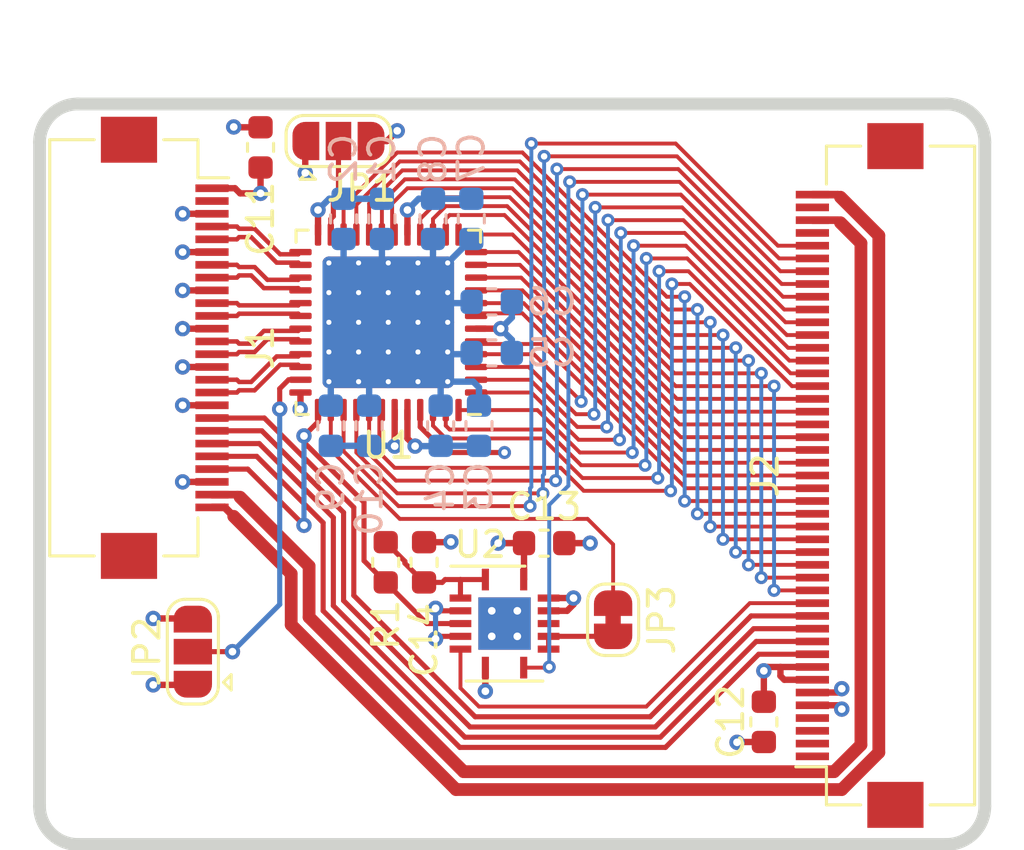
<source format=kicad_pcb>
(kicad_pcb (version 20171130) (host pcbnew "(5.1.6-0-10_14)")
  (layers (0 F.Cu signal) (1 GND power) (2 PWR power) (31 B.Cu signal) (34 B.Paste user) (35 F.Paste user) (36 B.SilkS user) (37 F.SilkS user) (38 B.Mask user) (39 F.Mask user) (44 Edge.Cuts user))
  (net 0 "")
  (net 1 GND)
  (net 2 +3V3)
  (net 3 SPI.MISO)
  (net 4 SPI.MOSI)
  (net 5 SPI.SCK)
  (net 6 SPI.CS)
  (net 7 /DISP_R7)
  (net 8 /DISP_R6)
  (net 9 /DISP_R5)
  (net 10 /DISP_R4)
  (net 11 /DISP_R3)
  (net 12 /DISP_R2)
  (net 13 /DISP_R1)
  (net 14 /DISP_R0)
  (net 15 /DISP_G7)
  (net 16 /DISP_G6)
  (net 17 /DISP_G5)
  (net 18 /DISP_G4)
  (net 19 /DISP_G3)
  (net 20 /DISP_G2)
  (net 21 /DISP_G1)
  (net 22 /DISP_G0)
  (net 23 /DISP_B7)
  (net 24 /DISP_B6)
  (net 25 /DISP_B5)
  (net 26 /DISP_B4)
  (net 27 /DISP_B3)
  (net 28 /DISP_B2)
  (net 29 /DISP_B1)
  (net 30 /DISP_B0)
  (net 31 /DISP_DE)
  (net 32 /DISP_PCLK)
  (net 33 /DISP_HSYNC)
  (net 34 /DISP_VSYNC)
  (net 35 LED_K)
  (net 36 LED_A)
  (net 37 "Net-(J1-Pad2)")
  (net 38 "Net-(J2-Pad1)")
  (net 39 "Net-(J2-Pad2)")
  (net 40 "Net-(J2-Pad3)")
  (net 41 "Net-(J2-Pad4)")
  (net 42 "Net-(J2-Pad42)")
  (net 43 "Net-(J2-Pad44)")
  (net 44 ENABLE)
  (net 45 /DISP_RST)
  (net 46 "Net-(JP1-Pad2)")
  (net 47 "Net-(JP2-Pad2)")
  (net 48 "Net-(U2-Pad3)")
  (net 49 "Net-(U2-Pad11)")
  (net 50 "Net-(C14-Pad1)")
  (net 51 /LVDS_A0N)
  (net 52 /LVDS_A0P)
  (net 53 /LVDS_A1N)
  (net 54 /LVDS_A1P)
  (net 55 /LVDS_A2N)
  (net 56 /LVDS_A2P)
  (net 57 /LVDS_CLKN)
  (net 58 /LVDS_CLKP)
  (net 59 /LVDS_A3N)
  (net 60 /LVDS_A3P)
  (net 61 /DISP_EN_IC)
  (net 62 "Net-(JP3-Pad2)")
  (module Connector_FFC-FPC:Hirose_FH12-45S-0.5SH_1x45-1MP_P0.50mm_Horizontal (layer F.Cu) (at 142.1 94.55 90)
    (fp_text reference J2 (at 0 -3.7 270) (layer F.SilkS))
    (fp_text value Output)
    (pad MP smd rect (at 12.9 1.4 90) (size 1.8 2.2) (layers F.Cu F.Paste F.Mask))
    (pad MP smd rect (at -12.9 1.4 90) (size 1.8 2.2) (layers F.Cu F.Paste F.Mask))
    (pad 1 smd rect (at -11 -1.85 90) (size 0.3 1.3) (layers F.Cu F.Paste F.Mask) (net 38 "Net-(J2-Pad1)"))
    (pad 2 smd rect (at -10.5 -1.85 90) (size 0.3 1.3) (layers F.Cu F.Paste F.Mask) (net 39 "Net-(J2-Pad2)"))
    (pad 3 smd rect (at -10 -1.85 90) (size 0.3 1.3) (layers F.Cu F.Paste F.Mask) (net 40 "Net-(J2-Pad3)"))
    (pad 4 smd rect (at -9.5 -1.85 90) (size 0.3 1.3) (layers F.Cu F.Paste F.Mask) (net 41 "Net-(J2-Pad4)"))
    (pad 5 smd rect (at -9 -1.85 90) (size 0.3 1.3) (layers F.Cu F.Paste F.Mask) (net 1 GND))
    (pad 6 smd rect (at -8.5 -1.85 90) (size 0.3 1.3) (layers F.Cu F.Paste F.Mask) (net 1 GND))
    (pad 7 smd rect (at -8 -1.85 90) (size 0.3 1.3) (layers F.Cu F.Paste F.Mask) (net 2 +3V3))
    (pad 8 smd rect (at -7.5 -1.85 90) (size 0.3 1.3) (layers F.Cu F.Paste F.Mask) (net 2 +3V3))
    (pad 9 smd rect (at -7 -1.85 90) (size 0.3 1.3) (layers F.Cu F.Paste F.Mask) (net 3 SPI.MISO))
    (pad 10 smd rect (at -6.5 -1.85 90) (size 0.3 1.3) (layers F.Cu F.Paste F.Mask) (net 4 SPI.MOSI))
    (pad 11 smd rect (at -6 -1.85 90) (size 0.3 1.3) (layers F.Cu F.Paste F.Mask) (net 5 SPI.SCK))
    (pad 12 smd rect (at -5.5 -1.85 90) (size 0.3 1.3) (layers F.Cu F.Paste F.Mask) (net 6 SPI.CS))
    (pad 13 smd rect (at -5 -1.85 90) (size 0.3 1.3) (layers F.Cu F.Paste F.Mask) (net 45 /DISP_RST))
    (pad 14 smd rect (at -4.5 -1.85 90) (size 0.3 1.3) (layers F.Cu F.Paste F.Mask) (net 7 /DISP_R7))
    (pad 15 smd rect (at -4 -1.85 90) (size 0.3 1.3) (layers F.Cu F.Paste F.Mask) (net 8 /DISP_R6))
    (pad 16 smd rect (at -3.5 -1.85 90) (size 0.3 1.3) (layers F.Cu F.Paste F.Mask) (net 9 /DISP_R5))
    (pad 17 smd rect (at -3 -1.85 90) (size 0.3 1.3) (layers F.Cu F.Paste F.Mask) (net 10 /DISP_R4))
    (pad 18 smd rect (at -2.5 -1.85 90) (size 0.3 1.3) (layers F.Cu F.Paste F.Mask) (net 11 /DISP_R3))
    (pad 19 smd rect (at -2 -1.85 90) (size 0.3 1.3) (layers F.Cu F.Paste F.Mask) (net 12 /DISP_R2))
    (pad 20 smd rect (at -1.5 -1.85 90) (size 0.3 1.3) (layers F.Cu F.Paste F.Mask) (net 13 /DISP_R1))
    (pad 21 smd rect (at -1 -1.85 90) (size 0.3 1.3) (layers F.Cu F.Paste F.Mask) (net 14 /DISP_R0))
    (pad 22 smd rect (at -0.5 -1.85 90) (size 0.3 1.3) (layers F.Cu F.Paste F.Mask) (net 15 /DISP_G7))
    (pad 23 smd rect (at 0 -1.85 90) (size 0.3 1.3) (layers F.Cu F.Paste F.Mask) (net 16 /DISP_G6))
    (pad 24 smd rect (at 0.5 -1.85 90) (size 0.3 1.3) (layers F.Cu F.Paste F.Mask) (net 17 /DISP_G5))
    (pad 25 smd rect (at 1 -1.85 90) (size 0.3 1.3) (layers F.Cu F.Paste F.Mask) (net 18 /DISP_G4))
    (pad 26 smd rect (at 1.5 -1.85 90) (size 0.3 1.3) (layers F.Cu F.Paste F.Mask) (net 19 /DISP_G3))
    (pad 27 smd rect (at 2 -1.85 90) (size 0.3 1.3) (layers F.Cu F.Paste F.Mask) (net 20 /DISP_G2))
    (pad 28 smd rect (at 2.5 -1.85 90) (size 0.3 1.3) (layers F.Cu F.Paste F.Mask) (net 21 /DISP_G1))
    (pad 29 smd rect (at 3 -1.85 90) (size 0.3 1.3) (layers F.Cu F.Paste F.Mask) (net 22 /DISP_G0))
    (pad 30 smd rect (at 3.5 -1.85 90) (size 0.3 1.3) (layers F.Cu F.Paste F.Mask) (net 23 /DISP_B7))
    (pad 31 smd rect (at 4 -1.85 90) (size 0.3 1.3) (layers F.Cu F.Paste F.Mask) (net 24 /DISP_B6))
    (pad 32 smd rect (at 4.5 -1.85 90) (size 0.3 1.3) (layers F.Cu F.Paste F.Mask) (net 25 /DISP_B5))
    (pad 33 smd rect (at 5 -1.85 90) (size 0.3 1.3) (layers F.Cu F.Paste F.Mask) (net 26 /DISP_B4))
    (pad 34 smd rect (at 5.5 -1.85 90) (size 0.3 1.3) (layers F.Cu F.Paste F.Mask) (net 27 /DISP_B3))
    (pad 35 smd rect (at 6 -1.85 90) (size 0.3 1.3) (layers F.Cu F.Paste F.Mask) (net 28 /DISP_B2))
    (pad 36 smd rect (at 6.5 -1.85 90) (size 0.3 1.3) (layers F.Cu F.Paste F.Mask) (net 29 /DISP_B1))
    (pad 37 smd rect (at 7 -1.85 90) (size 0.3 1.3) (layers F.Cu F.Paste F.Mask) (net 30 /DISP_B0))
    (pad 38 smd rect (at 7.5 -1.85 90) (size 0.3 1.3) (layers F.Cu F.Paste F.Mask) (net 31 /DISP_DE))
    (pad 39 smd rect (at 8 -1.85 90) (size 0.3 1.3) (layers F.Cu F.Paste F.Mask) (net 32 /DISP_PCLK))
    (pad 40 smd rect (at 8.5 -1.85 90) (size 0.3 1.3) (layers F.Cu F.Paste F.Mask) (net 33 /DISP_HSYNC))
    (pad 41 smd rect (at 9 -1.85 90) (size 0.3 1.3) (layers F.Cu F.Paste F.Mask) (net 34 /DISP_VSYNC))
    (pad 42 smd rect (at 9.5 -1.85 90) (size 0.3 1.3) (layers F.Cu F.Paste F.Mask) (net 42 "Net-(J2-Pad42)"))
    (pad 43 smd rect (at 10 -1.85 90) (size 0.3 1.3) (layers F.Cu F.Paste F.Mask) (net 35 LED_K))
    (pad 44 smd rect (at 10.5 -1.85 90) (size 0.3 1.3) (layers F.Cu F.Paste F.Mask) (net 43 "Net-(J2-Pad44)"))
    (pad 45 smd rect (at 11 -1.85 90) (size 0.3 1.3) (layers F.Cu F.Paste F.Mask) (net 36 LED_A))
  )
  (module Capacitor_SMD:C_0603_1608Metric (layer B.Cu) (at 123.4 84.5 270)
    (fp_text reference C1 (at -2.35 0 270) (layer B.SilkS) (effects (justify mirror)))
    (fp_text value 0.1uF)
    (pad 2 smd roundrect (at 0.7875 0 270) (size 0.875 0.95) (layers B.Cu B.Paste B.Mask) (net 1 GND))
    (pad 1 smd roundrect (at -0.7875 0 270) (size 0.875 0.95) (layers B.Cu B.Paste B.Mask) (net 2 +3V3))
  )
  (module Capacitor_SMD:C_0603_1608Metric (layer B.Cu) (at 121.9 84.5 270)
    (fp_text reference C2 (at -2.35 0 270) (layer B.SilkS) (effects (justify mirror)))
    (fp_text value 0.01uF)
    (pad 1 smd roundrect (at -0.7875 0 270) (size 0.875 0.95) (layers B.Cu B.Paste B.Mask) (net 2 +3V3))
    (pad 2 smd roundrect (at 0.7875 0 270) (size 0.875 0.95) (layers B.Cu B.Paste B.Mask) (net 1 GND))
  )
  (module Capacitor_SMD:C_0603_1608Metric (layer B.Cu) (at 127.2 92.6 90)
    (fp_text reference C3 (at -2.4 0 90) (layer B.SilkS) (effects (justify mirror)))
    (fp_text value 0.1uF)
    (pad 2 smd roundrect (at 0.7875 0 90) (size 0.875 0.95) (layers B.Cu B.Paste B.Mask) (net 1 GND))
    (pad 1 smd roundrect (at -0.7875 0 90) (size 0.875 0.95) (layers B.Cu B.Paste B.Mask) (net 2 +3V3))
  )
  (module Capacitor_SMD:C_0603_1608Metric (layer B.Cu) (at 125.7 92.6 90)
    (fp_text reference C4 (at -2.4 0 90) (layer B.SilkS) (effects (justify mirror)))
    (fp_text value 0.01uF)
    (pad 1 smd roundrect (at -0.7875 0 90) (size 0.875 0.95) (layers B.Cu B.Paste B.Mask) (net 2 +3V3))
    (pad 2 smd roundrect (at 0.7875 0 90) (size 0.875 0.95) (layers B.Cu B.Paste B.Mask) (net 1 GND))
  )
  (module Capacitor_SMD:C_0603_1608Metric (layer B.Cu) (at 127.7 89.75 180)
    (fp_text reference C5 (at -2.35 0) (layer B.SilkS) (effects (justify mirror)))
    (fp_text value 0.1uF)
    (pad 2 smd roundrect (at 0.7875 0 180) (size 0.875 0.95) (layers B.Cu B.Paste B.Mask) (net 1 GND))
    (pad 1 smd roundrect (at -0.7875 0 180) (size 0.875 0.95) (layers B.Cu B.Paste B.Mask) (net 2 +3V3))
  )
  (module Capacitor_SMD:C_0603_1608Metric (layer B.Cu) (at 127.7 87.75 180)
    (fp_text reference C6 (at -2.35 0) (layer B.SilkS) (effects (justify mirror)))
    (fp_text value 0.01uF)
    (pad 1 smd roundrect (at -0.7875 0 180) (size 0.875 0.95) (layers B.Cu B.Paste B.Mask) (net 2 +3V3))
    (pad 2 smd roundrect (at 0.7875 0 180) (size 0.875 0.95) (layers B.Cu B.Paste B.Mask) (net 1 GND))
  )
  (module Capacitor_SMD:C_0603_1608Metric (layer B.Cu) (at 126.9 84.5 270)
    (fp_text reference C7 (at -2.4 0 270) (layer B.SilkS) (effects (justify mirror)))
    (fp_text value 0.1uF)
    (pad 2 smd roundrect (at 0.7875 0 270) (size 0.875 0.95) (layers B.Cu B.Paste B.Mask) (net 1 GND))
    (pad 1 smd roundrect (at -0.7875 0 270) (size 0.875 0.95) (layers B.Cu B.Paste B.Mask) (net 2 +3V3))
  )
  (module Capacitor_SMD:C_0603_1608Metric (layer B.Cu) (at 125.4 84.5 270)
    (fp_text reference C8 (at -2.35 0 270) (layer B.SilkS) (effects (justify mirror)))
    (fp_text value 0.01uF)
    (pad 1 smd roundrect (at -0.7875 0 270) (size 0.875 0.95) (layers B.Cu B.Paste B.Mask) (net 2 +3V3))
    (pad 2 smd roundrect (at 0.7875 0 270) (size 0.875 0.95) (layers B.Cu B.Paste B.Mask) (net 1 GND))
  )
  (module Capacitor_SMD:C_0603_1608Metric (layer B.Cu) (at 121.4 92.6 90)
    (fp_text reference C9 (at -2.4 0 90) (layer B.SilkS) (effects (justify mirror)))
    (fp_text value 0.1uF)
    (pad 2 smd roundrect (at 0.7875 0 90) (size 0.875 0.95) (layers B.Cu B.Paste B.Mask) (net 1 GND))
    (pad 1 smd roundrect (at -0.7875 0 90) (size 0.875 0.95) (layers B.Cu B.Paste B.Mask) (net 2 +3V3))
  )
  (module Capacitor_SMD:C_0603_1608Metric (layer B.Cu) (at 122.9 92.6 90)
    (fp_text reference C10 (at -2.85 0 90) (layer B.SilkS) (effects (justify mirror)))
    (fp_text value 0.01uF)
    (pad 1 smd roundrect (at -0.7875 0 90) (size 0.875 0.95) (layers B.Cu B.Paste B.Mask) (net 2 +3V3))
    (pad 2 smd roundrect (at 0.7875 0 90) (size 0.875 0.95) (layers B.Cu B.Paste B.Mask) (net 1 GND))
  )
  (module Package_DFN_QFN:QFN-48-1EP_7x7mm_P0.5mm_EP5.15x5.15mm_ThermalVias (layer F.Cu) (at 123.65 88.55 180)
    (fp_text reference U1 (at 0 -4.82) (layer F.SilkS))
    (fp_text value SN65LVDS822)
    (pad 49 smd roundrect (at 0 0 180) (size 5.15 5.15) (layers F.Cu F.Mask) (roundrect_rratio 0.048544) (net 1 GND))
    (pad 49 thru_hole circle (at -2.325 -2.325 180) (size 0.5 0.5) (drill 0.2) (layers *.Cu) (net 1 GND))
    (pad 49 thru_hole circle (at -1.1625 -2.325 180) (size 0.5 0.5) (drill 0.2) (layers *.Cu) (net 1 GND))
    (pad 49 thru_hole circle (at 0 -2.325 180) (size 0.5 0.5) (drill 0.2) (layers *.Cu) (net 1 GND))
    (pad 49 thru_hole circle (at 1.1625 -2.325 180) (size 0.5 0.5) (drill 0.2) (layers *.Cu) (net 1 GND))
    (pad 49 thru_hole circle (at 2.325 -2.325 180) (size 0.5 0.5) (drill 0.2) (layers *.Cu) (net 1 GND))
    (pad 49 thru_hole circle (at -2.325 -1.1625 180) (size 0.5 0.5) (drill 0.2) (layers *.Cu) (net 1 GND))
    (pad 49 thru_hole circle (at -1.1625 -1.1625 180) (size 0.5 0.5) (drill 0.2) (layers *.Cu) (net 1 GND))
    (pad 49 thru_hole circle (at 0 -1.1625 180) (size 0.5 0.5) (drill 0.2) (layers *.Cu) (net 1 GND))
    (pad 49 thru_hole circle (at 1.1625 -1.1625 180) (size 0.5 0.5) (drill 0.2) (layers *.Cu) (net 1 GND))
    (pad 49 thru_hole circle (at 2.325 -1.1625 180) (size 0.5 0.5) (drill 0.2) (layers *.Cu) (net 1 GND))
    (pad 49 thru_hole circle (at -2.325 0 180) (size 0.5 0.5) (drill 0.2) (layers *.Cu) (net 1 GND))
    (pad 49 thru_hole circle (at -1.1625 0 180) (size 0.5 0.5) (drill 0.2) (layers *.Cu) (net 1 GND))
    (pad 49 thru_hole circle (at 0 0 180) (size 0.5 0.5) (drill 0.2) (layers *.Cu) (net 1 GND))
    (pad 49 thru_hole circle (at 1.1625 0 180) (size 0.5 0.5) (drill 0.2) (layers *.Cu) (net 1 GND))
    (pad 49 thru_hole circle (at 2.325 0 180) (size 0.5 0.5) (drill 0.2) (layers *.Cu) (net 1 GND))
    (pad 49 thru_hole circle (at -2.325 1.1625 180) (size 0.5 0.5) (drill 0.2) (layers *.Cu) (net 1 GND))
    (pad 49 thru_hole circle (at -1.1625 1.1625 180) (size 0.5 0.5) (drill 0.2) (layers *.Cu) (net 1 GND))
    (pad 49 thru_hole circle (at 0 1.1625 180) (size 0.5 0.5) (drill 0.2) (layers *.Cu) (net 1 GND))
    (pad 49 thru_hole circle (at 1.1625 1.1625 180) (size 0.5 0.5) (drill 0.2) (layers *.Cu) (net 1 GND))
    (pad 49 thru_hole circle (at 2.325 1.1625 180) (size 0.5 0.5) (drill 0.2) (layers *.Cu) (net 1 GND))
    (pad 49 thru_hole circle (at -2.325 2.325 180) (size 0.5 0.5) (drill 0.2) (layers *.Cu) (net 1 GND))
    (pad 49 thru_hole circle (at -1.1625 2.325 180) (size 0.5 0.5) (drill 0.2) (layers *.Cu) (net 1 GND))
    (pad 49 thru_hole circle (at 0 2.325 180) (size 0.5 0.5) (drill 0.2) (layers *.Cu) (net 1 GND))
    (pad 49 thru_hole circle (at 1.1625 2.325 180) (size 0.5 0.5) (drill 0.2) (layers *.Cu) (net 1 GND))
    (pad 49 thru_hole circle (at 2.325 2.325 180) (size 0.5 0.5) (drill 0.2) (layers *.Cu) (net 1 GND))
    (pad 49 smd roundrect (at 0 0 180) (size 5.15 5.15) (layers B.Cu) (roundrect_rratio 0.048544) (net 1 GND))
    (pad 1 smd roundrect (at -3.4375 -2.75 180) (size 0.875 0.25) (layers F.Cu F.Paste F.Mask) (net 27 /DISP_B3))
    (pad 2 smd roundrect (at -3.4375 -2.25 180) (size 0.875 0.25) (layers F.Cu F.Paste F.Mask) (net 28 /DISP_B2))
    (pad 3 smd roundrect (at -3.4375 -1.75 180) (size 0.875 0.25) (layers F.Cu F.Paste F.Mask) (net 29 /DISP_B1))
    (pad 4 smd roundrect (at -3.4375 -1.25 180) (size 0.875 0.25) (layers F.Cu F.Paste F.Mask) (net 30 /DISP_B0))
    (pad 5 smd roundrect (at -3.4375 -0.75 180) (size 0.875 0.25) (layers F.Cu F.Paste F.Mask) (net 15 /DISP_G7))
    (pad 6 smd roundrect (at -3.4375 -0.25 180) (size 0.875 0.25) (layers F.Cu F.Paste F.Mask) (net 2 +3V3))
    (pad 7 smd roundrect (at -3.4375 0.25 180) (size 0.875 0.25) (layers F.Cu F.Paste F.Mask) (net 16 /DISP_G6))
    (pad 8 smd roundrect (at -3.4375 0.75 180) (size 0.875 0.25) (layers F.Cu F.Paste F.Mask) (net 17 /DISP_G5))
    (pad 9 smd roundrect (at -3.4375 1.25 180) (size 0.875 0.25) (layers F.Cu F.Paste F.Mask) (net 18 /DISP_G4))
    (pad 10 smd roundrect (at -3.4375 1.75 180) (size 0.875 0.25) (layers F.Cu F.Paste F.Mask) (net 19 /DISP_G3))
    (pad 11 smd roundrect (at -3.4375 2.25 180) (size 0.875 0.25) (layers F.Cu F.Paste F.Mask) (net 20 /DISP_G2))
    (pad 12 smd roundrect (at -3.4375 2.75 180) (size 0.875 0.25) (layers F.Cu F.Paste F.Mask) (net 21 /DISP_G1))
    (pad 13 smd roundrect (at -2.75 3.4375 180) (size 0.25 0.875) (layers F.Cu F.Paste F.Mask) (net 22 /DISP_G0))
    (pad 14 smd roundrect (at -2.25 3.4375 180) (size 0.25 0.875) (layers F.Cu F.Paste F.Mask) (net 7 /DISP_R7))
    (pad 15 smd roundrect (at -1.75 3.4375 180) (size 0.25 0.875) (layers F.Cu F.Paste F.Mask) (net 8 /DISP_R6))
    (pad 16 smd roundrect (at -1.25 3.4375 180) (size 0.25 0.875) (layers F.Cu F.Paste F.Mask) (net 9 /DISP_R5))
    (pad 17 smd roundrect (at -0.75 3.4375 180) (size 0.25 0.875) (layers F.Cu F.Paste F.Mask) (net 2 +3V3))
    (pad 18 smd roundrect (at -0.25 3.4375 180) (size 0.25 0.875) (layers F.Cu F.Paste F.Mask) (net 10 /DISP_R4))
    (pad 19 smd roundrect (at 0.25 3.4375 180) (size 0.25 0.875) (layers F.Cu F.Paste F.Mask) (net 11 /DISP_R3))
    (pad 20 smd roundrect (at 0.75 3.4375 180) (size 0.25 0.875) (layers F.Cu F.Paste F.Mask) (net 12 /DISP_R2))
    (pad 21 smd roundrect (at 1.25 3.4375 180) (size 0.25 0.875) (layers F.Cu F.Paste F.Mask) (net 13 /DISP_R1))
    (pad 22 smd roundrect (at 1.75 3.4375 180) (size 0.25 0.875) (layers F.Cu F.Paste F.Mask) (net 14 /DISP_R0))
    (pad 23 smd roundrect (at 2.25 3.4375 180) (size 0.25 0.875) (layers F.Cu F.Paste F.Mask) (net 46 "Net-(JP1-Pad2)"))
    (pad 24 smd roundrect (at 2.75 3.4375 180) (size 0.25 0.875) (layers F.Cu F.Paste F.Mask) (net 2 +3V3))
    (pad 25 smd roundrect (at 3.4375 2.75 180) (size 0.875 0.25) (layers F.Cu F.Paste F.Mask) (net 51 /LVDS_A0N))
    (pad 26 smd roundrect (at 3.4375 2.25 180) (size 0.875 0.25) (layers F.Cu F.Paste F.Mask) (net 52 /LVDS_A0P))
    (pad 27 smd roundrect (at 3.4375 1.75 180) (size 0.875 0.25) (layers F.Cu F.Paste F.Mask) (net 53 /LVDS_A1N))
    (pad 28 smd roundrect (at 3.4375 1.25 180) (size 0.875 0.25) (layers F.Cu F.Paste F.Mask) (net 54 /LVDS_A1P))
    (pad 29 smd roundrect (at 3.4375 0.75 180) (size 0.875 0.25) (layers F.Cu F.Paste F.Mask) (net 55 /LVDS_A2N))
    (pad 30 smd roundrect (at 3.4375 0.25 180) (size 0.875 0.25) (layers F.Cu F.Paste F.Mask) (net 56 /LVDS_A2P))
    (pad 31 smd roundrect (at 3.4375 -0.25 180) (size 0.875 0.25) (layers F.Cu F.Paste F.Mask) (net 57 /LVDS_CLKN))
    (pad 32 smd roundrect (at 3.4375 -0.75 180) (size 0.875 0.25) (layers F.Cu F.Paste F.Mask) (net 58 /LVDS_CLKP))
    (pad 33 smd roundrect (at 3.4375 -1.25 180) (size 0.875 0.25) (layers F.Cu F.Paste F.Mask) (net 59 /LVDS_A3N))
    (pad 34 smd roundrect (at 3.4375 -1.75 180) (size 0.875 0.25) (layers F.Cu F.Paste F.Mask) (net 60 /LVDS_A3P))
    (pad 35 smd roundrect (at 3.4375 -2.25 180) (size 0.875 0.25) (layers F.Cu F.Paste F.Mask) (net 47 "Net-(JP2-Pad2)"))
    (pad 36 smd roundrect (at 3.4375 -2.75 180) (size 0.875 0.25) (layers F.Cu F.Paste F.Mask) (net 1 GND))
    (pad 37 smd roundrect (at 2.75 -3.4375 180) (size 0.25 0.875) (layers F.Cu F.Paste F.Mask) (net 44 ENABLE))
    (pad 38 smd roundrect (at 2.25 -3.4375 180) (size 0.25 0.875) (layers F.Cu F.Paste F.Mask) (net 61 /DISP_EN_IC))
    (pad 39 smd roundrect (at 1.75 -3.4375 180) (size 0.25 0.875) (layers F.Cu F.Paste F.Mask) (net 34 /DISP_VSYNC))
    (pad 40 smd roundrect (at 1.25 -3.4375 180) (size 0.25 0.875) (layers F.Cu F.Paste F.Mask) (net 33 /DISP_HSYNC))
    (pad 41 smd roundrect (at 0.75 -3.4375 180) (size 0.25 0.875) (layers F.Cu F.Paste F.Mask) (net 32 /DISP_PCLK))
    (pad 42 smd roundrect (at 0.25 -3.4375 180) (size 0.25 0.875) (layers F.Cu F.Paste F.Mask) (net 23 /DISP_B7))
    (pad 43 smd roundrect (at -0.25 -3.4375 180) (size 0.25 0.875) (layers F.Cu F.Paste F.Mask) (net 2 +3V3))
    (pad 44 smd roundrect (at -0.75 -3.4375 180) (size 0.25 0.875) (layers F.Cu F.Paste F.Mask) (net 2 +3V3))
    (pad 45 smd roundrect (at -1.25 -3.4375 180) (size 0.25 0.875) (layers F.Cu F.Paste F.Mask) (net 1 GND))
    (pad 46 smd roundrect (at -1.75 -3.4375 180) (size 0.25 0.875) (layers F.Cu F.Paste F.Mask) (net 24 /DISP_B6))
    (pad 47 smd roundrect (at -2.25 -3.4375 180) (size 0.25 0.875) (layers F.Cu F.Paste F.Mask) (net 25 /DISP_B5))
    (pad 48 smd roundrect (at -2.75 -3.4375 180) (size 0.25 0.875) (layers F.Cu F.Paste F.Mask) (net 26 /DISP_B4))
  )
  (module Capacitor_SMD:C_0603_1608Metric (layer F.Cu) (at 138.35 104.2 270)
    (fp_text reference C12 (at 0 1.3 270) (layer F.SilkS))
    (fp_text value 0.1uF)
    (pad 2 smd roundrect (at 0.7875 0 270) (size 0.875 0.95) (layers F.Cu F.Paste F.Mask) (net 1 GND))
    (pad 1 smd roundrect (at -0.7875 0 270) (size 0.875 0.95) (layers F.Cu F.Paste F.Mask) (net 2 +3V3))
  )
  (module Connector_FFC-FPC:Hirose_FH12-26S-0.5SH_1x26-1MP_P0.50mm_Horizontal (layer F.Cu) (at 114.9 89.55 270)
    (fp_text reference J1 (at 0 -3.75 90) (layer F.SilkS))
    (fp_text value Input)
    (pad MP smd rect (at 8.15 1.4 270) (size 1.8 2.2) (layers F.Cu F.Paste F.Mask))
    (pad MP smd rect (at -8.15 1.4 270) (size 1.8 2.2) (layers F.Cu F.Paste F.Mask))
    (pad 1 smd rect (at -6.25 -1.85 270) (size 0.3 1.3) (layers F.Cu F.Paste F.Mask) (net 2 +3V3))
    (pad 2 smd rect (at -5.75 -1.85 270) (size 0.3 1.3) (layers F.Cu F.Paste F.Mask) (net 37 "Net-(J1-Pad2)"))
    (pad 3 smd rect (at -5.25 -1.85 270) (size 0.3 1.3) (layers F.Cu F.Paste F.Mask) (net 1 GND))
    (pad 4 smd rect (at -4.75 -1.85 270) (size 0.3 1.3) (layers F.Cu F.Paste F.Mask) (net 51 /LVDS_A0N))
    (pad 5 smd rect (at -4.25 -1.85 270) (size 0.3 1.3) (layers F.Cu F.Paste F.Mask) (net 52 /LVDS_A0P))
    (pad 6 smd rect (at -3.75 -1.85 270) (size 0.3 1.3) (layers F.Cu F.Paste F.Mask) (net 1 GND))
    (pad 7 smd rect (at -3.25 -1.85 270) (size 0.3 1.3) (layers F.Cu F.Paste F.Mask) (net 53 /LVDS_A1N))
    (pad 8 smd rect (at -2.75 -1.85 270) (size 0.3 1.3) (layers F.Cu F.Paste F.Mask) (net 54 /LVDS_A1P))
    (pad 9 smd rect (at -2.25 -1.85 270) (size 0.3 1.3) (layers F.Cu F.Paste F.Mask) (net 1 GND))
    (pad 10 smd rect (at -1.75 -1.85 270) (size 0.3 1.3) (layers F.Cu F.Paste F.Mask) (net 55 /LVDS_A2N))
    (pad 11 smd rect (at -1.25 -1.85 270) (size 0.3 1.3) (layers F.Cu F.Paste F.Mask) (net 56 /LVDS_A2P))
    (pad 12 smd rect (at -0.75 -1.85 270) (size 0.3 1.3) (layers F.Cu F.Paste F.Mask) (net 1 GND))
    (pad 13 smd rect (at -0.25 -1.85 270) (size 0.3 1.3) (layers F.Cu F.Paste F.Mask) (net 57 /LVDS_CLKN))
    (pad 14 smd rect (at 0.25 -1.85 270) (size 0.3 1.3) (layers F.Cu F.Paste F.Mask) (net 58 /LVDS_CLKP))
    (pad 15 smd rect (at 0.75 -1.85 270) (size 0.3 1.3) (layers F.Cu F.Paste F.Mask) (net 1 GND))
    (pad 16 smd rect (at 1.25 -1.85 270) (size 0.3 1.3) (layers F.Cu F.Paste F.Mask) (net 59 /LVDS_A3N))
    (pad 17 smd rect (at 1.75 -1.85 270) (size 0.3 1.3) (layers F.Cu F.Paste F.Mask) (net 60 /LVDS_A3P))
    (pad 18 smd rect (at 2.25 -1.85 270) (size 0.3 1.3) (layers F.Cu F.Paste F.Mask) (net 1 GND))
    (pad 19 smd rect (at 2.75 -1.85 270) (size 0.3 1.3) (layers F.Cu F.Paste F.Mask) (net 6 SPI.CS))
    (pad 20 smd rect (at 3.25 -1.85 270) (size 0.3 1.3) (layers F.Cu F.Paste F.Mask) (net 5 SPI.SCK))
    (pad 21 smd rect (at 3.75 -1.85 270) (size 0.3 1.3) (layers F.Cu F.Paste F.Mask) (net 4 SPI.MOSI))
    (pad 22 smd rect (at 4.25 -1.85 270) (size 0.3 1.3) (layers F.Cu F.Paste F.Mask) (net 3 SPI.MISO))
    (pad 23 smd rect (at 4.75 -1.85 270) (size 0.3 1.3) (layers F.Cu F.Paste F.Mask) (net 44 ENABLE))
    (pad 24 smd rect (at 5.25 -1.85 270) (size 0.3 1.3) (layers F.Cu F.Paste F.Mask) (net 1 GND))
    (pad 25 smd rect (at 5.75 -1.85 270) (size 0.3 1.3) (layers F.Cu F.Paste F.Mask) (net 35 LED_K))
    (pad 26 smd rect (at 6.25 -1.85 270) (size 0.3 1.3) (layers F.Cu F.Paste F.Mask) (net 36 LED_A))
  )
  (module Capacitor_SMD:C_0603_1608Metric (layer F.Cu) (at 129.75 97.2)
    (fp_text reference C13 (at 0 -1.43) (layer F.SilkS))
    (fp_text value 0.1uF)
    (pad 1 smd roundrect (at -0.7875 0) (size 0.875 0.95) (layers F.Cu F.Paste F.Mask) (net 2 +3V3))
    (pad 2 smd roundrect (at 0.7875 0) (size 0.875 0.95) (layers F.Cu F.Paste F.Mask) (net 1 GND))
  )
  (module Capacitor_SMD:C_0603_1608Metric (layer F.Cu) (at 125.05 97.95 90)
    (fp_text reference C14 (at -3.05 0 90) (layer F.SilkS))
    (fp_text value 0.1uF)
    (pad 2 smd roundrect (at 0.7875 0 90) (size 0.875 0.95) (layers F.Cu F.Paste F.Mask) (net 1 GND))
    (pad 1 smd roundrect (at -0.7875 0 90) (size 0.875 0.95) (layers F.Cu F.Paste F.Mask) (net 50 "Net-(C14-Pad1)"))
  )
  (module Capacitor_SMD:C_0603_1608Metric (layer F.Cu) (at 118.65 81.7 90)
    (fp_text reference C11 (at -2.8 0 90) (layer F.SilkS))
    (fp_text value 10uF)
    (pad 1 smd roundrect (at -0.7875 0 90) (size 0.875 0.95) (layers F.Cu F.Paste F.Mask) (net 2 +3V3))
    (pad 2 smd roundrect (at 0.7875 0 90) (size 0.875 0.95) (layers F.Cu F.Paste F.Mask) (net 1 GND))
  )
  (module Resistor_SMD:R_0603_1608Metric (layer F.Cu) (at 123.55 97.95 270)
    (fp_text reference R1 (at 2.45 0 90) (layer F.SilkS))
    (fp_text value 10K)
    (pad 1 smd roundrect (at -0.7875 0 270) (size 0.875 0.95) (layers F.Cu F.Paste F.Mask) (net 50 "Net-(C14-Pad1)"))
    (pad 2 smd roundrect (at 0.7875 0 270) (size 0.875 0.95) (layers F.Cu F.Paste F.Mask) (net 44 ENABLE))
  )
  (module Package_DFN_QFN:Texas_S-PVQFN-N14_ThermalVias (layer F.Cu) (at 128.2 100.35)
    (fp_text reference U2 (at -0.95 -3.1) (layer F.SilkS))
    (fp_text value SN74LVC00ARGY)
    (pad 1 smd rect (at -0.75 -1.725 270) (size 0.85 0.28) (layers F.Cu F.Paste F.Mask) (net 50 "Net-(C14-Pad1)"))
    (pad 2 smd rect (at -1.725 -1 270) (size 0.28 0.85) (layers F.Cu F.Paste F.Mask) (net 50 "Net-(C14-Pad1)"))
    (pad 3 smd rect (at -1.725 -0.5 270) (size 0.28 0.85) (layers F.Cu F.Paste F.Mask) (net 48 "Net-(U2-Pad3)"))
    (pad 4 smd rect (at -1.725 0 270) (size 0.28 0.85) (layers F.Cu F.Paste F.Mask) (net 44 ENABLE))
    (pad 5 smd rect (at -1.725 0.5 270) (size 0.28 0.85) (layers F.Cu F.Paste F.Mask) (net 48 "Net-(U2-Pad3)"))
    (pad 6 smd rect (at -1.725 1 270) (size 0.28 0.85) (layers F.Cu F.Paste F.Mask) (net 45 /DISP_RST))
    (pad 7 smd rect (at -0.75 1.725 270) (size 0.85 0.28) (layers F.Cu F.Paste F.Mask) (net 1 GND))
    (pad 8 smd rect (at 0.75 1.725 270) (size 0.85 0.28) (layers F.Cu F.Paste F.Mask) (net 31 /DISP_DE))
    (pad 9 smd rect (at 1.725 1 270) (size 0.28 0.85) (layers F.Cu F.Paste F.Mask) (net 62 "Net-(JP3-Pad2)"))
    (pad 10 smd rect (at 1.725 0.5 270) (size 0.28 0.85) (layers F.Cu F.Paste F.Mask) (net 62 "Net-(JP3-Pad2)"))
    (pad 11 smd rect (at 1.725 0 270) (size 0.28 0.85) (layers F.Cu F.Paste F.Mask) (net 49 "Net-(U2-Pad11)"))
    (pad 12 smd rect (at 1.725 -0.5 270) (size 0.28 0.85) (layers F.Cu F.Paste F.Mask) (net 1 GND))
    (pad 13 smd rect (at 1.725 -1 270) (size 0.28 0.85) (layers F.Cu F.Paste F.Mask) (net 1 GND))
    (pad 14 smd rect (at 0.75 -1.725 270) (size 0.85 0.28) (layers F.Cu F.Paste F.Mask) (net 2 +3V3))
    (pad 15 smd rect (at 0 0 270) (size 2.05 2.05) (layers F.Cu F.Mask) (net 1 GND))
    (pad 15 thru_hole circle (at 0.5 -0.5 270) (size 0.6 0.6) (drill 0.3) (layers *.Cu) (net 1 GND))
    (pad 15 thru_hole circle (at 0.5 0.5 270) (size 0.6 0.6) (drill 0.3) (layers *.Cu) (net 1 GND))
    (pad 15 thru_hole circle (at -0.5 0.5 270) (size 0.6 0.6) (drill 0.3) (layers *.Cu) (net 1 GND))
    (pad 15 thru_hole circle (at -0.5 -0.5 270) (size 0.6 0.6) (drill 0.3) (layers *.Cu) (net 1 GND))
    (pad 15 smd rect (at 0 0 270) (size 2.05 2.05) (layers B.Cu) (net 1 GND))
  )
  (module Jumper:SolderJumper-3_P1.3mm_Open_RoundedPad1.0x1.5mm (layer F.Cu) (at 121.7 81.45)
    (fp_text reference JP1 (at 0.9 1.85) (layer F.SilkS))
    (fp_text value CLK_POL)
    (pad 2 smd rect (at 0 0) (size 1 1.5) (layers F.Cu F.Mask) (net 46 "Net-(JP1-Pad2)"))
    (pad 3 smd custom (at 1.3 0) (size 1 0.5) (layers F.Cu F.Mask) (net 1 GND) (options (clearance outline) (anchor rect)) (primitives (gr_circle (center 0 0.25) (end 0.5 0.25) (width 0)) (gr_circle (center 0 -0.25) (end 0.5 -0.25) (width 0)) (gr_poly (pts (xy -0.55 -0.75) (xy 0 -0.75) (xy 0 0.75) (xy -0.55 0.75)) (width 0))))
    (pad 1 smd custom (at -1.3 0) (size 1 0.5) (layers F.Cu F.Mask) (net 2 +3V3) (options (clearance outline) (anchor rect)) (primitives (gr_circle (center 0 0.25) (end 0.5 0.25) (width 0)) (gr_circle (center 0 -0.25) (end 0.5 -0.25) (width 0)) (gr_poly (pts (xy 0.55 -0.75) (xy 0 -0.75) (xy 0 0.75) (xy 0.55 0.75)) (width 0))))
  )
  (module Jumper:SolderJumper-3_P1.3mm_Open_RoundedPad1.0x1.5mm (layer F.Cu) (at 116 101.45 90)
    (fp_text reference JP2 (at 0 -1.8 90) (layer F.SilkS))
    (fp_text value SLEW)
    (pad 1 smd custom (at -1.3 0 90) (size 1 0.5) (layers F.Cu F.Mask) (net 2 +3V3) (options (clearance outline) (anchor rect)) (primitives (gr_circle (center 0 0.25) (end 0.5 0.25) (width 0)) (gr_circle (center 0 -0.25) (end 0.5 -0.25) (width 0)) (gr_poly (pts (xy 0.55 -0.75) (xy 0 -0.75) (xy 0 0.75) (xy 0.55 0.75)) (width 0))))
    (pad 3 smd custom (at 1.3 0 90) (size 1 0.5) (layers F.Cu F.Mask) (net 1 GND) (options (clearance outline) (anchor rect)) (primitives (gr_circle (center 0 0.25) (end 0.5 0.25) (width 0)) (gr_circle (center 0 -0.25) (end 0.5 -0.25) (width 0)) (gr_poly (pts (xy -0.55 -0.75) (xy 0 -0.75) (xy 0 0.75) (xy -0.55 0.75)) (width 0))))
    (pad 2 smd rect (at 0 0 90) (size 1 1.5) (layers F.Cu F.Mask) (net 47 "Net-(JP2-Pad2)"))
  )
  (module Jumper:SolderJumper-2_P1.3mm_Bridged_RoundedPad1.0x1.5mm (layer F.Cu) (at 132.45 100.2 270)
    (fp_text reference JP3 (at 0 -1.9 90) (layer F.SilkS))
    (fp_text value "DE INVERT")
    (fp_poly (pts (xy 0.25 -0.3) (xy -0.25 -0.3) (xy -0.25 0.3) (xy 0.25 0.3)) (layer F.Cu) (width 0))
    (pad 2 smd custom (at 0.65 0 270) (size 1 0.5) (layers F.Cu F.Mask) (net 62 "Net-(JP3-Pad2)") (options (clearance outline) (anchor rect)) (primitives (gr_circle (center 0 0.25) (end 0.5 0.25) (width 0)) (gr_circle (center 0 -0.25) (end 0.5 -0.25) (width 0)) (gr_poly (pts (xy 0 -0.75) (xy -0.5 -0.75) (xy -0.5 0.75) (xy 0 0.75)) (width 0))))
    (pad 1 smd custom (at -0.65 0 270) (size 1 0.5) (layers F.Cu F.Mask) (net 61 /DISP_EN_IC) (options (clearance outline) (anchor rect)) (primitives (gr_circle (center 0 0.25) (end 0.5 0.25) (width 0)) (gr_circle (center 0 -0.25) (end 0.5 -0.25) (width 0)) (gr_poly (pts (xy 0 -0.75) (xy 0.5 -0.75) (xy 0.5 0.75) (xy 0 0.75)) (width 0))))
  )
  (gr_arc (start 145.5 81.5) (end 147 81.5) (angle -90) (layer Edge.Cuts) (width 0.5))
  (gr_arc (start 145.5 107.5) (end 145.5 109) (angle -90) (layer Edge.Cuts) (width 0.5))
  (gr_arc (start 111.5 107.5) (end 110 107.5) (angle -90) (layer Edge.Cuts) (width 0.5))
  (gr_arc (start 111.5 81.5) (end 111.5 80) (angle -90) (layer Edge.Cuts) (width 0.5))
  (gr_line (start 110 107.5) (end 110 81.5) (layer Edge.Cuts) (width 0.5))
  (gr_line (start 145.5 109) (end 111.5 109) (layer Edge.Cuts) (width 0.5))
  (gr_line (start 147 81.5) (end 147 107.5) (layer Edge.Cuts) (width 0.5))
  (gr_line (start 111.5 80) (end 145.5 80) (layer Edge.Cuts) (width 0.5))
  (segment (start 124.4 87.8) (end 123.65 88.55) (width 0.25) (layer B.Cu) (net 1))
  (segment (start 126.9125 87.8) (end 124.4 87.8) (width 0.25) (layer B.Cu) (net 1))
  (segment (start 121.9 86.8) (end 123.65 88.55) (width 0.25) (layer B.Cu) (net 1))
  (segment (start 121.9 85.2875) (end 121.9 86.8) (width 0.25) (layer B.Cu) (net 1))
  (segment (start 123.4 88.3) (end 123.65 88.55) (width 0.25) (layer B.Cu) (net 1))
  (segment (start 123.4 85.2875) (end 123.4 88.3) (width 0.25) (layer B.Cu) (net 1))
  (segment (start 125.4 86.8) (end 123.65 88.55) (width 0.25) (layer B.Cu) (net 1))
  (segment (start 125.4 85.2875) (end 125.4 86.8) (width 0.25) (layer B.Cu) (net 1))
  (segment (start 126.9 85.3) (end 123.65 88.55) (width 0.25) (layer B.Cu) (net 1))
  (segment (start 126.9 85.2875) (end 126.9 85.3) (width 0.25) (layer B.Cu) (net 1))
  (segment (start 124.9 89.8) (end 123.65 88.55) (width 0.25) (layer B.Cu) (net 1))
  (segment (start 126.9125 89.8) (end 124.9 89.8) (width 0.25) (layer B.Cu) (net 1))
  (via (at 127.45 103) (size 0.6) (drill 0.3) (layers F.Cu B.Cu) (net 1))
  (segment (start 127.45 102.075) (end 127.45 103) (width 0.25) (layer F.Cu) (net 1))
  (via (at 115.6 84.3) (size 0.6) (drill 0.3) (layers F.Cu B.Cu) (net 1))
  (segment (start 116.75 84.3) (end 115.6 84.3) (width 0.25) (layer F.Cu) (net 1))
  (via (at 115.6 85.8) (size 0.6) (drill 0.3) (layers F.Cu B.Cu) (net 1))
  (segment (start 116.75 85.8) (end 115.6 85.8) (width 0.25) (layer F.Cu) (net 1))
  (via (at 115.6 87.3) (size 0.6) (drill 0.3) (layers F.Cu B.Cu) (net 1))
  (segment (start 116.75 87.3) (end 115.6 87.3) (width 0.25) (layer F.Cu) (net 1))
  (via (at 115.6 88.8) (size 0.6) (drill 0.3) (layers F.Cu B.Cu) (net 1))
  (segment (start 116.75 88.8) (end 115.6 88.8) (width 0.25) (layer F.Cu) (net 1))
  (via (at 115.6 90.3) (size 0.6) (drill 0.3) (layers F.Cu B.Cu) (net 1))
  (segment (start 116.75 90.3) (end 115.6 90.3) (width 0.25) (layer F.Cu) (net 1))
  (via (at 115.6 91.8) (size 0.6) (drill 0.3) (layers F.Cu B.Cu) (net 1))
  (segment (start 116.75 91.8) (end 115.6 91.8) (width 0.25) (layer F.Cu) (net 1))
  (via (at 115.6 94.8) (size 0.6) (drill 0.3) (layers F.Cu B.Cu) (net 1))
  (segment (start 116.75 94.8) (end 115.6 94.8) (width 0.25) (layer F.Cu) (net 1))
  (via (at 131.55 97.2) (size 0.6) (drill 0.3) (layers F.Cu B.Cu) (net 1))
  (segment (start 130.5375 97.2) (end 131.55 97.2) (width 0.25) (layer F.Cu) (net 1))
  (via (at 126.1 97.15) (size 0.6) (drill 0.3) (layers F.Cu B.Cu) (net 1))
  (segment (start 126.0875 97.1625) (end 126.1 97.15) (width 0.25) (layer F.Cu) (net 1))
  (segment (start 125.05 97.1625) (end 126.0875 97.1625) (width 0.25) (layer F.Cu) (net 1))
  (via (at 114.45 100.15) (size 0.6) (drill 0.3) (layers F.Cu B.Cu) (net 1))
  (segment (start 116 100.15) (end 114.45 100.15) (width 0.25) (layer F.Cu) (net 1))
  (via (at 120.2 91.95) (size 0.6) (drill 0.3) (layers F.Cu B.Cu) (net 1))
  (segment (start 120.2125 91.9375) (end 120.2 91.95) (width 0.25) (layer F.Cu) (net 1))
  (segment (start 120.2125 91.3) (end 120.2125 91.9375) (width 0.25) (layer F.Cu) (net 1))
  (segment (start 117.6125 80.9125) (end 117.6 80.9) (width 0.25) (layer F.Cu) (net 1))
  (via (at 117.6 80.9) (size 0.6) (drill 0.3) (layers F.Cu B.Cu) (net 1))
  (segment (start 118.65 80.9125) (end 117.6125 80.9125) (width 0.25) (layer F.Cu) (net 1))
  (via (at 124 81.05) (size 0.6) (drill 0.3) (layers F.Cu B.Cu) (net 1))
  (segment (start 123.6 81.45) (end 124 81.05) (width 0.25) (layer F.Cu) (net 1))
  (segment (start 123 81.45) (end 123.6 81.45) (width 0.25) (layer F.Cu) (net 1))
  (via (at 130.9 99.35) (size 0.6) (drill 0.3) (layers F.Cu B.Cu) (net 1))
  (segment (start 129.925 99.35) (end 130.9 99.35) (width 0.25) (layer F.Cu) (net 1))
  (segment (start 129.925 99.85) (end 130.65 99.85) (width 0.25) (layer F.Cu) (net 1))
  (segment (start 130.9 99.6) (end 130.9 99.35) (width 0.25) (layer F.Cu) (net 1))
  (segment (start 130.65 99.85) (end 130.9 99.6) (width 0.25) (layer F.Cu) (net 1))
  (via (at 137.3 105) (size 0.6) (drill 0.3) (layers F.Cu B.Cu) (net 1))
  (segment (start 137.3125 104.9875) (end 137.3 105) (width 0.25) (layer F.Cu) (net 1))
  (segment (start 138.35 104.9875) (end 137.3125 104.9875) (width 0.25) (layer F.Cu) (net 1))
  (via (at 141.4 102.9) (size 0.6) (drill 0.3) (layers F.Cu B.Cu) (net 1))
  (segment (start 141.25 103.05) (end 141.4 102.9) (width 0.25) (layer F.Cu) (net 1))
  (segment (start 140.25 103.05) (end 141.25 103.05) (width 0.25) (layer F.Cu) (net 1))
  (segment (start 141.25 103.55) (end 141.4 103.7) (width 0.25) (layer F.Cu) (net 1))
  (via (at 141.4 103.7) (size 0.6) (drill 0.3) (layers F.Cu B.Cu) (net 1))
  (segment (start 140.25 103.55) (end 141.25 103.55) (width 0.25) (layer F.Cu) (net 1))
  (segment (start 124.9 91.9875) (end 124.9 92.65) (width 0.2) (layer F.Cu) (net 1))
  (via (at 128.2 93.65) (size 0.508) (drill 0.254) (layers F.Cu B.Cu) (net 1))
  (segment (start 125.9 93.65) (end 128.2 93.65) (width 0.2) (layer F.Cu) (net 1))
  (segment (start 124.9 92.65) (end 125.9 93.65) (width 0.2) (layer F.Cu) (net 1))
  (segment (start 121.4 90.8) (end 123.65 88.55) (width 0.25) (layer B.Cu) (net 1))
  (segment (start 121.4 91.8125) (end 121.4 90.8) (width 0.25) (layer B.Cu) (net 1))
  (segment (start 122.9 89.3) (end 123.65 88.55) (width 0.25) (layer B.Cu) (net 1))
  (segment (start 122.9 91.8125) (end 122.9 89.3) (width 0.25) (layer B.Cu) (net 1))
  (segment (start 125.7 90.6) (end 123.65 88.55) (width 0.25) (layer B.Cu) (net 1))
  (segment (start 125.7 91.8125) (end 125.7 90.6) (width 0.25) (layer B.Cu) (net 1))
  (segment (start 127.2 91.8125) (end 127.1625 91.8125) (width 0.25) (layer B.Cu) (net 1))
  (segment (start 125.975 90.875) (end 126.975 90.875) (width 0.25) (layer B.Cu) (net 1))
  (segment (start 127.2 91.1) (end 127.2 91.8125) (width 0.25) (layer B.Cu) (net 1))
  (segment (start 126.975 90.875) (end 127.2 91.1) (width 0.25) (layer B.Cu) (net 1))
  (via (at 120.4 82.7) (size 0.6) (drill 0.3) (layers F.Cu B.Cu) (net 2))
  (segment (start 120.4 81.45) (end 120.4 82.7) (width 0.25) (layer F.Cu) (net 2))
  (via (at 128.05 88.8) (size 0.6) (drill 0.3) (layers F.Cu B.Cu) (net 2))
  (segment (start 127.0875 88.8) (end 128.05 88.8) (width 0.25) (layer F.Cu) (net 2))
  (via (at 120.9 84.15) (size 0.6) (drill 0.3) (layers F.Cu B.Cu) (net 2))
  (segment (start 120.9 85.1125) (end 120.9 84.15) (width 0.25) (layer F.Cu) (net 2))
  (via (at 124.4 84.15) (size 0.6) (drill 0.3) (layers F.Cu B.Cu) (net 2))
  (segment (start 124.4 85.1125) (end 124.4 84.15) (width 0.25) (layer F.Cu) (net 2))
  (segment (start 128.4875 89.2375) (end 128.05 88.8) (width 0.25) (layer B.Cu) (net 2))
  (segment (start 128.4875 89.8) (end 128.4875 89.2375) (width 0.25) (layer B.Cu) (net 2))
  (segment (start 128.4875 88.3625) (end 128.05 88.8) (width 0.25) (layer B.Cu) (net 2))
  (segment (start 128.4875 87.8) (end 128.4875 88.3625) (width 0.25) (layer B.Cu) (net 2))
  (segment (start 124.8375 83.7125) (end 125.4 83.7125) (width 0.25) (layer B.Cu) (net 2))
  (segment (start 124.4 84.15) (end 124.8375 83.7125) (width 0.25) (layer B.Cu) (net 2))
  (segment (start 125.4 83.7125) (end 126.9 83.7125) (width 0.25) (layer B.Cu) (net 2))
  (segment (start 121.3375 83.7125) (end 121.9 83.7125) (width 0.25) (layer B.Cu) (net 2))
  (segment (start 120.9 84.15) (end 121.3375 83.7125) (width 0.25) (layer B.Cu) (net 2))
  (segment (start 121.9 83.7125) (end 123.4 83.7125) (width 0.25) (layer B.Cu) (net 2))
  (segment (start 128.9625 98.6125) (end 128.95 98.625) (width 0.25) (layer F.Cu) (net 2))
  (segment (start 128.9625 97.2) (end 128.9625 98.6125) (width 0.25) (layer F.Cu) (net 2))
  (via (at 127.95 97.2) (size 0.6) (drill 0.3) (layers F.Cu B.Cu) (net 2))
  (segment (start 128.9625 97.2) (end 127.95 97.2) (width 0.25) (layer F.Cu) (net 2))
  (via (at 114.45 102.75) (size 0.6) (drill 0.3) (layers F.Cu B.Cu) (net 2))
  (segment (start 116 102.75) (end 114.45 102.75) (width 0.25) (layer F.Cu) (net 2))
  (via (at 118.65 83.5) (size 0.6) (drill 0.3) (layers F.Cu B.Cu) (net 2))
  (segment (start 118.65 82.4875) (end 118.65 83.5) (width 0.25) (layer F.Cu) (net 2))
  (segment (start 116.75 83.3) (end 117.65 83.3) (width 0.25) (layer F.Cu) (net 2))
  (segment (start 117.85 83.5) (end 118.65 83.5) (width 0.25) (layer F.Cu) (net 2))
  (segment (start 117.65 83.3) (end 117.85 83.5) (width 0.25) (layer F.Cu) (net 2))
  (via (at 138.35 102.2) (size 0.6) (drill 0.3) (layers F.Cu B.Cu) (net 2))
  (segment (start 138.5 102.05) (end 138.35 102.2) (width 0.25) (layer F.Cu) (net 2))
  (segment (start 140.25 102.55) (end 139.15 102.55) (width 0.25) (layer F.Cu) (net 2))
  (segment (start 139.15 102.55) (end 139 102.4) (width 0.25) (layer F.Cu) (net 2))
  (segment (start 139 102.05) (end 138.5 102.05) (width 0.25) (layer F.Cu) (net 2))
  (segment (start 139 102.4) (end 139 102.05) (width 0.25) (layer F.Cu) (net 2))
  (segment (start 140.25 102.05) (end 139 102.05) (width 0.25) (layer F.Cu) (net 2))
  (segment (start 138.35 102.2) (end 138.35 103.4125) (width 0.25) (layer F.Cu) (net 2))
  (via (at 124.7 93.4) (size 0.6) (drill 0.3) (layers F.Cu B.Cu) (net 2))
  (segment (start 124.4 93.1) (end 124.7 93.4) (width 0.25) (layer F.Cu) (net 2))
  (segment (start 124.4 91.9875) (end 124.4 93.1) (width 0.25) (layer F.Cu) (net 2))
  (via (at 123.9 93.4) (size 0.6) (drill 0.3) (layers F.Cu B.Cu) (net 2))
  (segment (start 123.9 91.9875) (end 123.9 93.4) (width 0.25) (layer F.Cu) (net 2))
  (segment (start 125.7 93.3875) (end 127.2 93.3875) (width 0.25) (layer B.Cu) (net 2))
  (segment (start 121.4 93.3875) (end 122.9 93.3875) (width 0.25) (layer B.Cu) (net 2))
  (segment (start 123.8875 93.3875) (end 123.9 93.4) (width 0.25) (layer B.Cu) (net 2))
  (segment (start 122.9 93.3875) (end 123.8875 93.3875) (width 0.25) (layer B.Cu) (net 2))
  (segment (start 125.6875 93.4) (end 125.7 93.3875) (width 0.25) (layer B.Cu) (net 2))
  (segment (start 124.7 93.4) (end 125.6875 93.4) (width 0.25) (layer B.Cu) (net 2))
  (segment (start 121.1 96.4) (end 118.5 93.8) (width 0.2) (layer F.Cu) (net 3))
  (segment (start 121.1 99.85) (end 121.1 96.4) (width 0.2) (layer F.Cu) (net 3))
  (segment (start 116.75 93.8) (end 118.5 93.8) (width 0.2) (layer F.Cu) (net 3))
  (segment (start 121.1 99.85) (end 126.45 105.2) (width 0.2) (layer F.Cu) (net 3))
  (segment (start 140.25 101.55) (end 138.15 101.55) (width 0.2) (layer F.Cu) (net 3))
  (segment (start 134.5 105.2) (end 126.45 105.2) (width 0.2) (layer F.Cu) (net 3))
  (segment (start 138.15 101.55) (end 134.5 105.2) (width 0.2) (layer F.Cu) (net 3))
  (segment (start 121.5 96.2) (end 118.6 93.3) (width 0.2) (layer F.Cu) (net 4))
  (segment (start 121.5 99.65) (end 121.5 96.2) (width 0.2) (layer F.Cu) (net 4))
  (segment (start 116.75 93.3) (end 118.6 93.3) (width 0.2) (layer F.Cu) (net 4))
  (segment (start 121.5 99.65) (end 126.65 104.8) (width 0.2) (layer F.Cu) (net 4))
  (segment (start 140.25 101.05) (end 138.05 101.05) (width 0.2) (layer F.Cu) (net 4))
  (segment (start 134.3 104.8) (end 126.65 104.8) (width 0.2) (layer F.Cu) (net 4))
  (segment (start 138.05 101.05) (end 134.3 104.8) (width 0.2) (layer F.Cu) (net 4))
  (segment (start 121.9 96) (end 118.7 92.8) (width 0.2) (layer F.Cu) (net 5))
  (segment (start 121.9 99.45) (end 121.9 96) (width 0.2) (layer F.Cu) (net 5))
  (segment (start 116.75 92.8) (end 118.7 92.8) (width 0.2) (layer F.Cu) (net 5))
  (segment (start 121.9 99.45) (end 126.85 104.4) (width 0.2) (layer F.Cu) (net 5))
  (segment (start 140.25 100.55) (end 137.95 100.55) (width 0.2) (layer F.Cu) (net 5))
  (segment (start 134.1 104.4) (end 126.85 104.4) (width 0.2) (layer F.Cu) (net 5))
  (segment (start 137.95 100.55) (end 134.1 104.4) (width 0.2) (layer F.Cu) (net 5))
  (segment (start 122.3 95.8) (end 118.8 92.3) (width 0.2) (layer F.Cu) (net 6))
  (segment (start 122.3 99.25) (end 122.3 95.8) (width 0.2) (layer F.Cu) (net 6))
  (segment (start 118.8 92.3) (end 116.75 92.3) (width 0.2) (layer F.Cu) (net 6))
  (segment (start 122.3 99.25) (end 127.05 104) (width 0.2) (layer F.Cu) (net 6))
  (segment (start 140.25 100.05) (end 137.85 100.05) (width 0.2) (layer F.Cu) (net 6))
  (segment (start 133.9 104) (end 127.05 104) (width 0.2) (layer F.Cu) (net 6))
  (segment (start 137.85 100.05) (end 133.9 104) (width 0.2) (layer F.Cu) (net 6))
  (segment (start 125.9 85.1125) (end 125.9 84.5) (width 0.1524) (layer F.Cu) (net 7))
  (segment (start 125.9 84.5) (end 126.05 84.35) (width 0.1524) (layer F.Cu) (net 7))
  (via (at 138.75 91.05) (size 0.508) (drill 0.254) (layers F.Cu B.Cu) (net 7))
  (via (at 138.75 99.05) (size 0.508) (drill 0.254) (layers F.Cu B.Cu) (net 7))
  (segment (start 138.75 91.05) (end 138.75 99.05) (width 0.1524) (layer B.Cu) (net 7))
  (segment (start 126.05 84.35) (end 128.2 84.35) (width 0.1524) (layer F.Cu) (net 7))
  (segment (start 134.9 91.05) (end 138.75 91.05) (width 0.1524) (layer F.Cu) (net 7))
  (segment (start 128.2 84.35) (end 134.9 91.05) (width 0.1524) (layer F.Cu) (net 7))
  (segment (start 138.75 99.05) (end 140.25 99.05) (width 0.1524) (layer F.Cu) (net 7))
  (segment (start 125.4 85.1125) (end 125.4 84.5) (width 0.1524) (layer F.Cu) (net 8))
  (segment (start 125.4 84.5) (end 125.9 84) (width 0.1524) (layer F.Cu) (net 8))
  (via (at 138.25 90.55) (size 0.508) (drill 0.254) (layers F.Cu B.Cu) (net 8))
  (via (at 138.25 98.55) (size 0.508) (drill 0.254) (layers F.Cu B.Cu) (net 8))
  (segment (start 138.25 90.55) (end 138.25 98.55) (width 0.1524) (layer B.Cu) (net 8))
  (segment (start 125.9 84) (end 128.3 84) (width 0.1524) (layer F.Cu) (net 8))
  (segment (start 134.85 90.55) (end 138.25 90.55) (width 0.1524) (layer F.Cu) (net 8))
  (segment (start 128.3 84) (end 134.85 90.55) (width 0.1524) (layer F.Cu) (net 8))
  (segment (start 138.25 98.55) (end 140.25 98.55) (width 0.1524) (layer F.Cu) (net 8))
  (segment (start 124.9 85.1125) (end 124.9 84.5) (width 0.1524) (layer F.Cu) (net 9))
  (segment (start 124.9 84.5) (end 125.75 83.65) (width 0.1524) (layer F.Cu) (net 9))
  (via (at 137.75 90.05) (size 0.508) (drill 0.254) (layers F.Cu B.Cu) (net 9))
  (via (at 137.75 98.05) (size 0.508) (drill 0.254) (layers F.Cu B.Cu) (net 9))
  (segment (start 137.75 90.05) (end 137.75 98.05) (width 0.1524) (layer B.Cu) (net 9))
  (segment (start 125.75 83.65) (end 128.4 83.65) (width 0.1524) (layer F.Cu) (net 9))
  (segment (start 134.8 90.05) (end 137.75 90.05) (width 0.1524) (layer F.Cu) (net 9))
  (segment (start 128.4 83.65) (end 134.8 90.05) (width 0.1524) (layer F.Cu) (net 9))
  (segment (start 137.75 98.05) (end 140.25 98.05) (width 0.1524) (layer F.Cu) (net 9))
  (segment (start 123.9 85.1125) (end 123.8 85.0125) (width 0.1524) (layer F.Cu) (net 10))
  (segment (start 123.8 85.0125) (end 123.8 83.9) (width 0.1524) (layer F.Cu) (net 10))
  (segment (start 123.8 83.9) (end 124.4 83.3) (width 0.1524) (layer F.Cu) (net 10))
  (via (at 137.25 89.55) (size 0.508) (drill 0.254) (layers F.Cu B.Cu) (net 10))
  (via (at 137.25 97.55) (size 0.508) (drill 0.254) (layers F.Cu B.Cu) (net 10))
  (segment (start 137.25 89.55) (end 137.25 97.55) (width 0.1524) (layer B.Cu) (net 10))
  (segment (start 124.4 83.3) (end 128.5 83.3) (width 0.1524) (layer F.Cu) (net 10))
  (segment (start 134.75 89.55) (end 137.25 89.55) (width 0.1524) (layer F.Cu) (net 10))
  (segment (start 128.5 83.3) (end 134.75 89.55) (width 0.1524) (layer F.Cu) (net 10))
  (segment (start 137.25 97.55) (end 140.25 97.55) (width 0.1524) (layer F.Cu) (net 10))
  (segment (start 123.4 85.1125) (end 123.4 83.85) (width 0.1524) (layer F.Cu) (net 11))
  (segment (start 123.4 83.85) (end 124.3 82.95) (width 0.1524) (layer F.Cu) (net 11))
  (via (at 136.75 89.05) (size 0.508) (drill 0.254) (layers F.Cu B.Cu) (net 11))
  (via (at 136.75 97.05) (size 0.508) (drill 0.254) (layers F.Cu B.Cu) (net 11))
  (segment (start 136.75 89.05) (end 136.75 97.05) (width 0.1524) (layer B.Cu) (net 11))
  (segment (start 124.3 82.95) (end 128.6 82.95) (width 0.1524) (layer F.Cu) (net 11))
  (segment (start 134.7 89.05) (end 136.75 89.05) (width 0.1524) (layer F.Cu) (net 11))
  (segment (start 128.6 82.95) (end 134.7 89.05) (width 0.1524) (layer F.Cu) (net 11))
  (segment (start 136.75 97.05) (end 140.25 97.05) (width 0.1524) (layer F.Cu) (net 11))
  (segment (start 122.9 85.1125) (end 122.9 83.9) (width 0.1524) (layer F.Cu) (net 12))
  (segment (start 122.9 83.9) (end 124.2 82.6) (width 0.1524) (layer F.Cu) (net 12))
  (via (at 136.25 88.55) (size 0.508) (drill 0.254) (layers F.Cu B.Cu) (net 12))
  (via (at 136.25 96.55) (size 0.508) (drill 0.254) (layers F.Cu B.Cu) (net 12))
  (segment (start 136.25 88.55) (end 136.25 96.55) (width 0.1524) (layer B.Cu) (net 12))
  (segment (start 124.2 82.6) (end 128.7 82.6) (width 0.1524) (layer F.Cu) (net 12))
  (segment (start 134.65 88.55) (end 136.25 88.55) (width 0.1524) (layer F.Cu) (net 12))
  (segment (start 128.7 82.6) (end 134.65 88.55) (width 0.1524) (layer F.Cu) (net 12))
  (segment (start 136.25 96.55) (end 140.25 96.55) (width 0.1524) (layer F.Cu) (net 12))
  (segment (start 122.4 85.1125) (end 122.4 83.95) (width 0.1524) (layer F.Cu) (net 13))
  (segment (start 122.4 83.95) (end 124.1 82.25) (width 0.1524) (layer F.Cu) (net 13))
  (via (at 135.75 88.05) (size 0.508) (drill 0.254) (layers F.Cu B.Cu) (net 13))
  (via (at 135.75 96.05) (size 0.508) (drill 0.254) (layers F.Cu B.Cu) (net 13))
  (segment (start 135.75 88.05) (end 135.75 96.05) (width 0.1524) (layer B.Cu) (net 13))
  (segment (start 124.1 82.25) (end 128.8 82.25) (width 0.1524) (layer F.Cu) (net 13))
  (segment (start 134.6 88.05) (end 135.75 88.05) (width 0.1524) (layer F.Cu) (net 13))
  (segment (start 128.8 82.25) (end 134.6 88.05) (width 0.1524) (layer F.Cu) (net 13))
  (segment (start 135.75 96.05) (end 140.25 96.05) (width 0.1524) (layer F.Cu) (net 13))
  (segment (start 121.9 85.1125) (end 121.9 84) (width 0.1524) (layer F.Cu) (net 14))
  (segment (start 121.9 84) (end 124 81.9) (width 0.1524) (layer F.Cu) (net 14))
  (via (at 135.25 87.55) (size 0.508) (drill 0.254) (layers F.Cu B.Cu) (net 14))
  (via (at 135.25 95.55) (size 0.508) (drill 0.254) (layers F.Cu B.Cu) (net 14))
  (segment (start 135.25 87.55) (end 135.25 95.55) (width 0.1524) (layer B.Cu) (net 14))
  (segment (start 124 81.9) (end 128.9 81.9) (width 0.1524) (layer F.Cu) (net 14))
  (segment (start 134.55 87.55) (end 135.25 87.55) (width 0.1524) (layer F.Cu) (net 14))
  (segment (start 128.9 81.9) (end 134.55 87.55) (width 0.1524) (layer F.Cu) (net 14))
  (segment (start 135.25 95.55) (end 140.25 95.55) (width 0.1524) (layer F.Cu) (net 14))
  (segment (start 127.0875 89.3) (end 127.1875 89.4) (width 0.1524) (layer F.Cu) (net 15))
  (segment (start 127.1875 89.4) (end 129.65 89.4) (width 0.1524) (layer F.Cu) (net 15))
  (segment (start 129.65 89.4) (end 135.3 95.05) (width 0.1524) (layer F.Cu) (net 15))
  (segment (start 135.3 95.05) (end 140.25 95.05) (width 0.1524) (layer F.Cu) (net 15))
  (segment (start 127.0875 88.3) (end 127.1875 88.2) (width 0.1524) (layer F.Cu) (net 16))
  (segment (start 127.1875 88.2) (end 128.9 88.2) (width 0.1524) (layer F.Cu) (net 16))
  (segment (start 128.9 88.2) (end 135.25 94.55) (width 0.1524) (layer F.Cu) (net 16))
  (segment (start 135.25 94.55) (end 140.25 94.55) (width 0.1524) (layer F.Cu) (net 16))
  (segment (start 127.0875 87.8) (end 128.95 87.8) (width 0.1524) (layer F.Cu) (net 17))
  (segment (start 128.95 87.8) (end 135.2 94.05) (width 0.1524) (layer F.Cu) (net 17))
  (segment (start 135.2 94.05) (end 140.25 94.05) (width 0.1524) (layer F.Cu) (net 17))
  (segment (start 127.0875 87.3) (end 128.9 87.3) (width 0.1524) (layer F.Cu) (net 18))
  (segment (start 128.9 87.3) (end 135.15 93.55) (width 0.1524) (layer F.Cu) (net 18))
  (segment (start 135.15 93.55) (end 140.25 93.55) (width 0.1524) (layer F.Cu) (net 18))
  (segment (start 127.0875 86.8) (end 128.85 86.8) (width 0.1524) (layer F.Cu) (net 19))
  (segment (start 128.85 86.8) (end 135.1 93.05) (width 0.1524) (layer F.Cu) (net 19))
  (segment (start 135.1 93.05) (end 140.25 93.05) (width 0.1524) (layer F.Cu) (net 19))
  (segment (start 127.0875 86.3) (end 128.8 86.3) (width 0.1524) (layer F.Cu) (net 20))
  (segment (start 128.8 86.3) (end 135.05 92.55) (width 0.1524) (layer F.Cu) (net 20))
  (segment (start 135.05 92.55) (end 140.25 92.55) (width 0.1524) (layer F.Cu) (net 20))
  (segment (start 127.0875 85.8) (end 128.75 85.8) (width 0.1524) (layer F.Cu) (net 21))
  (segment (start 128.75 85.8) (end 135 92.05) (width 0.1524) (layer F.Cu) (net 21))
  (segment (start 135 92.05) (end 140.25 92.05) (width 0.1524) (layer F.Cu) (net 21))
  (segment (start 126.4 85.1125) (end 128.5125 85.1125) (width 0.1524) (layer F.Cu) (net 22))
  (segment (start 128.5125 85.1125) (end 134.95 91.55) (width 0.1524) (layer F.Cu) (net 22))
  (segment (start 134.95 91.55) (end 140.25 91.55) (width 0.1524) (layer F.Cu) (net 22))
  (via (at 134.75 87.05) (size 0.508) (drill 0.254) (layers F.Cu B.Cu) (net 23))
  (segment (start 134.75 87.05) (end 135.45 87.05) (width 0.1524) (layer F.Cu) (net 23))
  (segment (start 135.45 87.05) (end 139.45 91.05) (width 0.1524) (layer F.Cu) (net 23))
  (via (at 134.7 95.15) (size 0.508) (drill 0.254) (layers F.Cu B.Cu) (net 23))
  (segment (start 134.75 95.1) (end 134.75 87.05) (width 0.1524) (layer B.Cu) (net 23))
  (segment (start 134.7 95.15) (end 134.75 95.1) (width 0.1524) (layer B.Cu) (net 23))
  (segment (start 139.45 91.05) (end 140.25 91.05) (width 0.1524) (layer F.Cu) (net 23))
  (segment (start 134.7 95.15) (end 131.3 95.15) (width 0.1524) (layer F.Cu) (net 23))
  (segment (start 131.3 95.15) (end 130.4 94.25) (width 0.1524) (layer F.Cu) (net 23))
  (segment (start 130.4 94.25) (end 123.9 94.25) (width 0.1524) (layer F.Cu) (net 23))
  (segment (start 123.9 94.25) (end 123.3 93.65) (width 0.1524) (layer F.Cu) (net 23))
  (segment (start 123.3 92.0875) (end 123.4 91.9875) (width 0.1524) (layer F.Cu) (net 23))
  (segment (start 123.3 93.65) (end 123.3 92.0875) (width 0.1524) (layer F.Cu) (net 23))
  (via (at 134.25 86.55) (size 0.508) (drill 0.254) (layers F.Cu B.Cu) (net 24))
  (segment (start 134.25 86.55) (end 135.4 86.55) (width 0.1524) (layer F.Cu) (net 24))
  (segment (start 135.4 86.55) (end 139.4 90.55) (width 0.1524) (layer F.Cu) (net 24))
  (via (at 134.2 94.65) (size 0.508) (drill 0.254) (layers F.Cu B.Cu) (net 24))
  (segment (start 134.25 94.6) (end 134.25 86.55) (width 0.1524) (layer B.Cu) (net 24))
  (segment (start 134.2 94.65) (end 134.25 94.6) (width 0.1524) (layer B.Cu) (net 24))
  (segment (start 131.25 94.65) (end 134.2 94.65) (width 0.1524) (layer F.Cu) (net 24))
  (segment (start 129.7 93.1) (end 131.25 94.65) (width 0.1524) (layer F.Cu) (net 24))
  (segment (start 139.4 90.55) (end 140.25 90.55) (width 0.1524) (layer F.Cu) (net 24))
  (segment (start 125.4 91.9875) (end 125.4 92.6) (width 0.1524) (layer F.Cu) (net 24))
  (segment (start 125.9 93.1) (end 129.7 93.1) (width 0.1524) (layer F.Cu) (net 24))
  (segment (start 125.4 92.6) (end 125.9 93.1) (width 0.1524) (layer F.Cu) (net 24))
  (segment (start 125.9 91.9875) (end 125.9 92.6) (width 0.1524) (layer F.Cu) (net 25))
  (segment (start 125.9 92.6) (end 126.05 92.75) (width 0.1524) (layer F.Cu) (net 25))
  (via (at 133.75 86.05) (size 0.508) (drill 0.254) (layers F.Cu B.Cu) (net 25))
  (segment (start 133.75 86.05) (end 135.35 86.05) (width 0.1524) (layer F.Cu) (net 25))
  (segment (start 135.35 86.05) (end 139.35 90.05) (width 0.1524) (layer F.Cu) (net 25))
  (via (at 133.7 94.15) (size 0.508) (drill 0.254) (layers F.Cu B.Cu) (net 25))
  (segment (start 133.75 94.1) (end 133.75 86.05) (width 0.1524) (layer B.Cu) (net 25))
  (segment (start 133.7 94.15) (end 133.75 94.1) (width 0.1524) (layer B.Cu) (net 25))
  (segment (start 126.05 92.75) (end 129.8 92.75) (width 0.1524) (layer F.Cu) (net 25))
  (segment (start 131.2 94.15) (end 133.7 94.15) (width 0.1524) (layer F.Cu) (net 25))
  (segment (start 129.8 92.75) (end 131.2 94.15) (width 0.1524) (layer F.Cu) (net 25))
  (segment (start 139.35 90.05) (end 140.25 90.05) (width 0.1524) (layer F.Cu) (net 25))
  (via (at 133.2 93.65) (size 0.508) (drill 0.254) (layers F.Cu B.Cu) (net 26))
  (via (at 133.25 85.55) (size 0.508) (drill 0.254) (layers F.Cu B.Cu) (net 26))
  (segment (start 133.25 93.6) (end 133.25 85.55) (width 0.1524) (layer B.Cu) (net 26))
  (segment (start 133.2 93.65) (end 133.25 93.6) (width 0.1524) (layer B.Cu) (net 26))
  (segment (start 133.25 85.55) (end 135.3 85.55) (width 0.1524) (layer F.Cu) (net 26))
  (segment (start 135.3 85.55) (end 139.3 89.55) (width 0.1524) (layer F.Cu) (net 26))
  (segment (start 126.4 91.9875) (end 129.4875 91.9875) (width 0.1524) (layer F.Cu) (net 26))
  (segment (start 131.15 93.65) (end 133.2 93.65) (width 0.1524) (layer F.Cu) (net 26))
  (segment (start 129.4875 91.9875) (end 131.15 93.65) (width 0.1524) (layer F.Cu) (net 26))
  (segment (start 139.3 89.55) (end 140.25 89.55) (width 0.1524) (layer F.Cu) (net 26))
  (via (at 132.7 93.15) (size 0.508) (drill 0.254) (layers F.Cu B.Cu) (net 27))
  (via (at 132.75 85.05) (size 0.508) (drill 0.254) (layers F.Cu B.Cu) (net 27))
  (segment (start 132.75 93.1) (end 132.75 85.05) (width 0.1524) (layer B.Cu) (net 27))
  (segment (start 132.7 93.15) (end 132.75 93.1) (width 0.1524) (layer B.Cu) (net 27))
  (segment (start 132.75 85.05) (end 135.25 85.05) (width 0.1524) (layer F.Cu) (net 27))
  (segment (start 135.25 85.05) (end 139.25 89.05) (width 0.1524) (layer F.Cu) (net 27))
  (segment (start 127.0875 91.3) (end 129.25 91.3) (width 0.1524) (layer F.Cu) (net 27))
  (segment (start 131.1 93.15) (end 132.7 93.15) (width 0.1524) (layer F.Cu) (net 27))
  (segment (start 129.25 91.3) (end 131.1 93.15) (width 0.1524) (layer F.Cu) (net 27))
  (segment (start 139.25 89.05) (end 140.25 89.05) (width 0.1524) (layer F.Cu) (net 27))
  (via (at 132.2 92.65) (size 0.508) (drill 0.254) (layers F.Cu B.Cu) (net 28))
  (via (at 132.25 84.55) (size 0.508) (drill 0.254) (layers F.Cu B.Cu) (net 28))
  (segment (start 132.25 92.6) (end 132.25 84.55) (width 0.1524) (layer B.Cu) (net 28))
  (segment (start 132.2 92.65) (end 132.25 92.6) (width 0.1524) (layer B.Cu) (net 28))
  (segment (start 132.25 84.55) (end 135.2 84.55) (width 0.1524) (layer F.Cu) (net 28))
  (segment (start 135.2 84.55) (end 139.2 88.55) (width 0.1524) (layer F.Cu) (net 28))
  (segment (start 127.0875 90.8) (end 129.2 90.8) (width 0.1524) (layer F.Cu) (net 28))
  (segment (start 131.05 92.65) (end 132.2 92.65) (width 0.1524) (layer F.Cu) (net 28))
  (segment (start 129.2 90.8) (end 131.05 92.65) (width 0.1524) (layer F.Cu) (net 28))
  (segment (start 139.2 88.55) (end 140.25 88.55) (width 0.1524) (layer F.Cu) (net 28))
  (via (at 131.7 92.15) (size 0.508) (drill 0.254) (layers F.Cu B.Cu) (net 29))
  (via (at 131.75 84.05) (size 0.508) (drill 0.254) (layers F.Cu B.Cu) (net 29))
  (segment (start 131.75 92.1) (end 131.75 84.05) (width 0.1524) (layer B.Cu) (net 29))
  (segment (start 131.7 92.15) (end 131.75 92.1) (width 0.1524) (layer B.Cu) (net 29))
  (segment (start 131.75 84.05) (end 135.15 84.05) (width 0.1524) (layer F.Cu) (net 29))
  (segment (start 135.15 84.05) (end 139.15 88.05) (width 0.1524) (layer F.Cu) (net 29))
  (segment (start 127.0875 90.3) (end 129.15 90.3) (width 0.1524) (layer F.Cu) (net 29))
  (segment (start 131 92.15) (end 131.7 92.15) (width 0.1524) (layer F.Cu) (net 29))
  (segment (start 129.15 90.3) (end 131 92.15) (width 0.1524) (layer F.Cu) (net 29))
  (segment (start 139.15 88.05) (end 140.25 88.05) (width 0.1524) (layer F.Cu) (net 29))
  (via (at 131.2 91.65) (size 0.508) (drill 0.254) (layers F.Cu B.Cu) (net 30))
  (segment (start 129.35 89.8) (end 131.2 91.65) (width 0.1524) (layer F.Cu) (net 30))
  (segment (start 127.0875 89.8) (end 129.35 89.8) (width 0.1524) (layer F.Cu) (net 30))
  (segment (start 131.25 91.6) (end 131.25 83.55) (width 0.1524) (layer B.Cu) (net 30))
  (via (at 131.25 83.55) (size 0.508) (drill 0.254) (layers F.Cu B.Cu) (net 30))
  (segment (start 131.2 91.65) (end 131.25 91.6) (width 0.1524) (layer B.Cu) (net 30))
  (segment (start 131.25 83.55) (end 135.1 83.55) (width 0.1524) (layer F.Cu) (net 30))
  (segment (start 135.1 83.55) (end 139.1 87.55) (width 0.1524) (layer F.Cu) (net 30))
  (segment (start 139.1 87.55) (end 140.25 87.55) (width 0.1524) (layer F.Cu) (net 30))
  (via (at 129.95 102.05) (size 0.508) (drill 0.254) (layers F.Cu B.Cu) (net 31))
  (segment (start 129.925 102.075) (end 129.95 102.05) (width 0.1524) (layer F.Cu) (net 31))
  (segment (start 128.95 102.075) (end 129.925 102.075) (width 0.1524) (layer F.Cu) (net 31))
  (via (at 130.75 83.05) (size 0.508) (drill 0.254) (layers F.Cu B.Cu) (net 31))
  (segment (start 130.75 83.05) (end 135.05 83.05) (width 0.1524) (layer F.Cu) (net 31))
  (segment (start 135.05 83.05) (end 139.05 87.05) (width 0.1524) (layer F.Cu) (net 31))
  (segment (start 129.95 102.05) (end 129.95 95.7) (width 0.1524) (layer B.Cu) (net 31))
  (segment (start 129.95 95.7) (end 130.7 94.95) (width 0.1524) (layer B.Cu) (net 31))
  (segment (start 130.7 83.1) (end 130.75 83.05) (width 0.1524) (layer B.Cu) (net 31))
  (segment (start 130.7 94.95) (end 130.7 83.1) (width 0.1524) (layer B.Cu) (net 31))
  (segment (start 139.05 87.05) (end 140.25 87.05) (width 0.1524) (layer F.Cu) (net 31))
  (via (at 130.2 94.75) (size 0.508) (drill 0.254) (layers F.Cu B.Cu) (net 32))
  (via (at 130.25 82.55) (size 0.508) (drill 0.254) (layers F.Cu B.Cu) (net 32))
  (segment (start 130.25 94.7) (end 130.25 82.55) (width 0.1524) (layer B.Cu) (net 32))
  (segment (start 130.2 94.75) (end 130.25 94.7) (width 0.1524) (layer B.Cu) (net 32))
  (segment (start 130.25 82.55) (end 135 82.55) (width 0.1524) (layer F.Cu) (net 32))
  (segment (start 135 82.55) (end 139 86.55) (width 0.1524) (layer F.Cu) (net 32))
  (segment (start 139 86.55) (end 140.25 86.55) (width 0.1524) (layer F.Cu) (net 32))
  (segment (start 122.9 91.9875) (end 122.9 93.7) (width 0.1524) (layer F.Cu) (net 32))
  (segment (start 123.95 94.75) (end 130.2 94.75) (width 0.1524) (layer F.Cu) (net 32))
  (segment (start 122.9 93.7) (end 123.95 94.75) (width 0.1524) (layer F.Cu) (net 32))
  (via (at 129.7 95.25) (size 0.508) (drill 0.254) (layers F.Cu B.Cu) (net 33))
  (segment (start 129.7 95.25) (end 129.7 94.55) (width 0.1524) (layer B.Cu) (net 33))
  (via (at 129.75 82.05) (size 0.508) (drill 0.254) (layers F.Cu B.Cu) (net 33))
  (segment (start 129.75 94.5) (end 129.75 82.05) (width 0.1524) (layer B.Cu) (net 33))
  (segment (start 129.7 94.55) (end 129.75 94.5) (width 0.1524) (layer B.Cu) (net 33))
  (segment (start 129.75 82.05) (end 134.95 82.05) (width 0.1524) (layer F.Cu) (net 33))
  (segment (start 134.95 82.05) (end 138.95 86.05) (width 0.1524) (layer F.Cu) (net 33))
  (segment (start 138.95 86.05) (end 140.25 86.05) (width 0.1524) (layer F.Cu) (net 33))
  (segment (start 122.4 91.9875) (end 122.4 93.65) (width 0.1524) (layer F.Cu) (net 33))
  (segment (start 124 95.25) (end 129.7 95.25) (width 0.1524) (layer F.Cu) (net 33))
  (segment (start 122.4 93.65) (end 124 95.25) (width 0.1524) (layer F.Cu) (net 33))
  (via (at 129.2 95.75) (size 0.508) (drill 0.254) (layers F.Cu B.Cu) (net 34))
  (segment (start 129.2 95.75) (end 129.2 95.05) (width 0.1524) (layer B.Cu) (net 34))
  (via (at 129.25 81.55) (size 0.508) (drill 0.254) (layers F.Cu B.Cu) (net 34))
  (segment (start 129.25 95) (end 129.25 81.55) (width 0.1524) (layer B.Cu) (net 34))
  (segment (start 129.2 95.05) (end 129.25 95) (width 0.1524) (layer B.Cu) (net 34))
  (segment (start 129.25 81.55) (end 134.9 81.55) (width 0.1524) (layer F.Cu) (net 34))
  (segment (start 134.9 81.55) (end 138.9 85.55) (width 0.1524) (layer F.Cu) (net 34))
  (segment (start 138.9 85.55) (end 140.25 85.55) (width 0.1524) (layer F.Cu) (net 34))
  (segment (start 121.9 91.9875) (end 121.9 93.6) (width 0.1524) (layer F.Cu) (net 34))
  (segment (start 124.05 95.75) (end 129.2 95.75) (width 0.1524) (layer F.Cu) (net 34))
  (segment (start 121.9 93.6) (end 124.05 95.75) (width 0.1524) (layer F.Cu) (net 34))
  (segment (start 120.55 100.1) (end 126.6 106.15) (width 0.5) (layer F.Cu) (net 35))
  (segment (start 126.6 106.15) (end 141.1 106.15) (width 0.5) (layer F.Cu) (net 35))
  (segment (start 141.1 106.15) (end 142.15 105.1) (width 0.5) (layer F.Cu) (net 35))
  (segment (start 142.15 105.1) (end 142.15 85.45) (width 0.5) (layer F.Cu) (net 35))
  (segment (start 142.15 85.45) (end 141.35 84.65) (width 0.5) (layer F.Cu) (net 35))
  (segment (start 141.25 84.55) (end 141.35 84.65) (width 0.3) (layer F.Cu) (net 35))
  (segment (start 140.25 84.55) (end 141.25 84.55) (width 0.3) (layer F.Cu) (net 35))
  (segment (start 120.55 100.1) (end 120.55 98.1) (width 0.5) (layer F.Cu) (net 35))
  (segment (start 120.55 98.1) (end 117.85 95.4) (width 0.5) (layer F.Cu) (net 35))
  (segment (start 117.75 95.3) (end 117.85 95.4) (width 0.3) (layer F.Cu) (net 35))
  (segment (start 116.75 95.3) (end 117.75 95.3) (width 0.3) (layer F.Cu) (net 35))
  (segment (start 119.85 100.4) (end 126.3 106.85) (width 0.5) (layer F.Cu) (net 36))
  (segment (start 126.3 106.85) (end 141.4 106.85) (width 0.5) (layer F.Cu) (net 36))
  (segment (start 141.4 106.85) (end 142.85 105.4) (width 0.5) (layer F.Cu) (net 36))
  (segment (start 142.85 105.4) (end 142.85 85.15) (width 0.5) (layer F.Cu) (net 36))
  (segment (start 142.85 85.15) (end 141.35 83.65) (width 0.5) (layer F.Cu) (net 36))
  (segment (start 141.25 83.55) (end 141.35 83.65) (width 0.3) (layer F.Cu) (net 36))
  (segment (start 140.25 83.55) (end 141.25 83.55) (width 0.3) (layer F.Cu) (net 36))
  (segment (start 119.85 100.4) (end 119.85 98.4) (width 0.5) (layer F.Cu) (net 36))
  (segment (start 119.85 98.4) (end 117.6 96.15) (width 0.5) (layer F.Cu) (net 36))
  (segment (start 117.25 95.8) (end 117.6 96.15) (width 0.3) (layer F.Cu) (net 36))
  (segment (start 116.75 95.8) (end 117.25 95.8) (width 0.3) (layer F.Cu) (net 36))
  (segment (start 125.1625 100.35) (end 123.55 98.7375) (width 0.2) (layer F.Cu) (net 44))
  (segment (start 126.475 100.35) (end 125.1625 100.35) (width 0.2) (layer F.Cu) (net 44))
  (segment (start 123.55 98.7375) (end 122.7 97.8875) (width 0.2) (layer F.Cu) (net 44))
  (segment (start 122.7 97.8875) (end 122.7 95.6) (width 0.2) (layer F.Cu) (net 44))
  (via (at 120.35 93) (size 0.6) (drill 0.3) (layers F.Cu B.Cu) (net 44))
  (segment (start 120.9 92.45) (end 120.35 93) (width 0.2) (layer F.Cu) (net 44))
  (segment (start 120.9 91.9875) (end 120.9 92.45) (width 0.2) (layer F.Cu) (net 44))
  (segment (start 120.35 93.25) (end 120.35 93) (width 0.2) (layer F.Cu) (net 44))
  (segment (start 122.7 95.6) (end 120.35 93.25) (width 0.2) (layer F.Cu) (net 44))
  (via (at 120.35 96.5) (size 0.6) (drill 0.3) (layers F.Cu B.Cu) (net 44))
  (segment (start 120.35 93) (end 120.35 96.5) (width 0.2) (layer B.Cu) (net 44))
  (segment (start 118.15 94.3) (end 116.75 94.3) (width 0.2) (layer F.Cu) (net 44))
  (segment (start 120.35 96.5) (end 118.15 94.3) (width 0.2) (layer F.Cu) (net 44))
  (segment (start 126.475 102.875) (end 126.475 101.35) (width 0.1524) (layer F.Cu) (net 45))
  (segment (start 126.475 102.875) (end 127.2 103.6) (width 0.1524) (layer F.Cu) (net 45))
  (segment (start 140.25 99.55) (end 137.8 99.55) (width 0.1524) (layer F.Cu) (net 45))
  (segment (start 133.75 103.6) (end 127.2 103.6) (width 0.1524) (layer F.Cu) (net 45))
  (segment (start 137.8 99.55) (end 133.75 103.6) (width 0.1524) (layer F.Cu) (net 45))
  (segment (start 121.4 85.1125) (end 121.4 84.5) (width 0.2) (layer F.Cu) (net 46))
  (segment (start 121.4 84.5) (end 121.5 84.4) (width 0.2) (layer F.Cu) (net 46))
  (segment (start 121.7 81.45) (end 121.7 83.65) (width 0.2) (layer F.Cu) (net 46))
  (segment (start 121.5 83.85) (end 121.5 84.4) (width 0.2) (layer F.Cu) (net 46))
  (segment (start 121.7 83.65) (end 121.5 83.85) (width 0.2) (layer F.Cu) (net 46))
  (segment (start 120.2125 90.8) (end 119.75 90.8) (width 0.2) (layer F.Cu) (net 47))
  (segment (start 119.4 91.15) (end 119.4 91.95) (width 0.2) (layer F.Cu) (net 47))
  (via (at 119.4 91.95) (size 0.6) (drill 0.3) (layers F.Cu B.Cu) (net 47))
  (segment (start 119.75 90.8) (end 119.4 91.15) (width 0.2) (layer F.Cu) (net 47))
  (via (at 117.55 101.45) (size 0.6) (drill 0.3) (layers F.Cu B.Cu) (net 47))
  (segment (start 119.4 99.6) (end 117.55 101.45) (width 0.2) (layer B.Cu) (net 47))
  (segment (start 119.4 91.95) (end 119.4 99.6) (width 0.2) (layer B.Cu) (net 47))
  (segment (start 117.55 101.45) (end 116 101.45) (width 0.2) (layer F.Cu) (net 47))
  (via (at 125.5 99.75) (size 0.6) (drill 0.3) (layers F.Cu B.Cu) (net 48))
  (segment (start 125.6 99.85) (end 125.5 99.75) (width 0.2) (layer F.Cu) (net 48))
  (segment (start 126.475 99.85) (end 125.6 99.85) (width 0.2) (layer F.Cu) (net 48))
  (via (at 125.5 100.95) (size 0.6) (drill 0.3) (layers F.Cu B.Cu) (net 48))
  (segment (start 125.5 99.75) (end 125.5 100.95) (width 0.2) (layer B.Cu) (net 48))
  (segment (start 125.6 100.85) (end 126.475 100.85) (width 0.2) (layer F.Cu) (net 48))
  (segment (start 125.5 100.95) (end 125.6 100.85) (width 0.2) (layer F.Cu) (net 48))
  (segment (start 123.55 97.1625) (end 124.3 97.9125) (width 0.2) (layer F.Cu) (net 50))
  (segment (start 124.3 97.9875) (end 125.05 98.7375) (width 0.2) (layer F.Cu) (net 50))
  (segment (start 124.3 97.9125) (end 124.3 97.9875) (width 0.2) (layer F.Cu) (net 50))
  (segment (start 126.475 99.35) (end 126.2 99.35) (width 0.2) (layer F.Cu) (net 50))
  (segment (start 126.3 99.35) (end 126.475 99.35) (width 0.2) (layer F.Cu) (net 50))
  (segment (start 125.05 98.7375) (end 125.7625 98.7375) (width 0.2) (layer F.Cu) (net 50))
  (segment (start 125.7625 98.7375) (end 125.875 98.625) (width 0.2) (layer F.Cu) (net 50))
  (segment (start 126.475 99.35) (end 126.475 98.625) (width 0.2) (layer F.Cu) (net 50))
  (segment (start 126.475 98.625) (end 127.45 98.625) (width 0.2) (layer F.Cu) (net 50))
  (segment (start 125.875 98.625) (end 126.475 98.625) (width 0.2) (layer F.Cu) (net 50))
  (segment (start 117.811301 84.8863) (end 118.417808 84.8863) (width 0.175) (layer F.Cu) (net 51))
  (segment (start 116.75 84.8) (end 117.725001 84.8) (width 0.175) (layer F.Cu) (net 51))
  (segment (start 117.725001 84.8) (end 117.811301 84.8863) (width 0.175) (layer F.Cu) (net 51))
  (segment (start 119.417808 85.8863) (end 120.1262 85.8863) (width 0.175) (layer F.Cu) (net 51))
  (segment (start 118.417808 84.8863) (end 119.417808 85.8863) (width 0.175) (layer F.Cu) (net 51))
  (segment (start 120.1262 85.8863) (end 120.2125 85.8) (width 0.175) (layer F.Cu) (net 51))
  (segment (start 117.811301 85.2137) (end 118.282192 85.2137) (width 0.175) (layer F.Cu) (net 52))
  (segment (start 116.75 85.3) (end 117.725001 85.3) (width 0.175) (layer F.Cu) (net 52))
  (segment (start 117.725001 85.3) (end 117.811301 85.2137) (width 0.175) (layer F.Cu) (net 52))
  (segment (start 119.282192 86.2137) (end 120.1262 86.2137) (width 0.175) (layer F.Cu) (net 52))
  (segment (start 120.1262 86.2137) (end 120.2125 86.3) (width 0.175) (layer F.Cu) (net 52))
  (segment (start 118.282192 85.2137) (end 119.282192 86.2137) (width 0.175) (layer F.Cu) (net 52))
  (segment (start 117.725001 86.3) (end 117.811301 86.3863) (width 0.175) (layer F.Cu) (net 53))
  (segment (start 116.75 86.3) (end 117.725001 86.3) (width 0.175) (layer F.Cu) (net 53))
  (segment (start 117.811301 86.3863) (end 118.417808 86.3863) (width 0.175) (layer F.Cu) (net 53))
  (segment (start 120.1262 86.8863) (end 120.2125 86.8) (width 0.175) (layer F.Cu) (net 53))
  (segment (start 118.417808 86.3863) (end 118.917808 86.8863) (width 0.175) (layer F.Cu) (net 53))
  (segment (start 118.917808 86.8863) (end 120.1262 86.8863) (width 0.175) (layer F.Cu) (net 53))
  (segment (start 117.725001 86.8) (end 117.811301 86.7137) (width 0.175) (layer F.Cu) (net 54))
  (segment (start 117.811301 86.7137) (end 118.282192 86.7137) (width 0.175) (layer F.Cu) (net 54))
  (segment (start 116.75 86.8) (end 117.725001 86.8) (width 0.175) (layer F.Cu) (net 54))
  (segment (start 118.782192 87.2137) (end 120.1262 87.2137) (width 0.175) (layer F.Cu) (net 54))
  (segment (start 120.1262 87.2137) (end 120.2125 87.3) (width 0.175) (layer F.Cu) (net 54))
  (segment (start 118.282192 86.7137) (end 118.782192 87.2137) (width 0.175) (layer F.Cu) (net 54))
  (segment (start 120.1262 87.8863) (end 120.2125 87.8) (width 0.175) (layer F.Cu) (net 55))
  (segment (start 117.811301 87.8863) (end 120.1262 87.8863) (width 0.175) (layer F.Cu) (net 55))
  (segment (start 117.725001 87.8) (end 117.811301 87.8863) (width 0.175) (layer F.Cu) (net 55))
  (segment (start 116.75 87.8) (end 117.725001 87.8) (width 0.175) (layer F.Cu) (net 55))
  (segment (start 120.1262 88.2137) (end 120.2125 88.3) (width 0.175) (layer F.Cu) (net 56))
  (segment (start 117.811301 88.2137) (end 120.1262 88.2137) (width 0.175) (layer F.Cu) (net 56))
  (segment (start 117.725001 88.3) (end 117.811301 88.2137) (width 0.175) (layer F.Cu) (net 56))
  (segment (start 116.75 88.3) (end 117.725001 88.3) (width 0.175) (layer F.Cu) (net 56))
  (segment (start 117.811301 89.3863) (end 118.282192 89.3863) (width 0.175) (layer F.Cu) (net 57))
  (segment (start 117.725001 89.3) (end 117.811301 89.3863) (width 0.175) (layer F.Cu) (net 57))
  (segment (start 116.75 89.3) (end 117.725001 89.3) (width 0.175) (layer F.Cu) (net 57))
  (segment (start 120.1262 88.8863) (end 120.2125 88.8) (width 0.175) (layer F.Cu) (net 57))
  (segment (start 118.782192 88.8863) (end 120.1262 88.8863) (width 0.175) (layer F.Cu) (net 57))
  (segment (start 118.282192 89.3863) (end 118.782192 88.8863) (width 0.175) (layer F.Cu) (net 57))
  (segment (start 117.725001 89.8) (end 117.811301 89.7137) (width 0.175) (layer F.Cu) (net 58))
  (segment (start 117.811301 89.7137) (end 118.417808 89.7137) (width 0.175) (layer F.Cu) (net 58))
  (segment (start 116.75 89.8) (end 117.725001 89.8) (width 0.175) (layer F.Cu) (net 58))
  (segment (start 120.1262 89.2137) (end 120.2125 89.3) (width 0.175) (layer F.Cu) (net 58))
  (segment (start 118.917808 89.2137) (end 120.1262 89.2137) (width 0.175) (layer F.Cu) (net 58))
  (segment (start 118.417808 89.7137) (end 118.917808 89.2137) (width 0.175) (layer F.Cu) (net 58))
  (segment (start 117.811301 90.8863) (end 118.282192 90.8863) (width 0.175) (layer F.Cu) (net 59))
  (segment (start 116.75 90.8) (end 117.725001 90.8) (width 0.175) (layer F.Cu) (net 59))
  (segment (start 117.725001 90.8) (end 117.811301 90.8863) (width 0.175) (layer F.Cu) (net 59))
  (segment (start 120.1262 89.8863) (end 120.2125 89.8) (width 0.175) (layer F.Cu) (net 59))
  (segment (start 119.282192 89.8863) (end 120.1262 89.8863) (width 0.175) (layer F.Cu) (net 59))
  (segment (start 118.282192 90.8863) (end 119.282192 89.8863) (width 0.175) (layer F.Cu) (net 59))
  (segment (start 117.725001 91.3) (end 117.811301 91.2137) (width 0.175) (layer F.Cu) (net 60))
  (segment (start 117.811301 91.2137) (end 118.417808 91.2137) (width 0.175) (layer F.Cu) (net 60))
  (segment (start 116.75 91.3) (end 117.725001 91.3) (width 0.175) (layer F.Cu) (net 60))
  (segment (start 120.1262 90.2137) (end 120.2125 90.3) (width 0.175) (layer F.Cu) (net 60))
  (segment (start 119.417808 90.2137) (end 120.1262 90.2137) (width 0.175) (layer F.Cu) (net 60))
  (segment (start 118.417808 91.2137) (end 119.417808 90.2137) (width 0.175) (layer F.Cu) (net 60))
  (segment (start 121.4 91.9875) (end 121.4 93.55) (width 0.1524) (layer F.Cu) (net 61))
  (segment (start 124.1 96.25) (end 131.45 96.25) (width 0.1524) (layer F.Cu) (net 61))
  (segment (start 121.4 93.55) (end 124.1 96.25) (width 0.1524) (layer F.Cu) (net 61))
  (segment (start 132.45 97.25) (end 132.45 99.55) (width 0.1524) (layer F.Cu) (net 61))
  (segment (start 131.45 96.25) (end 132.45 97.25) (width 0.1524) (layer F.Cu) (net 61))
  (segment (start 129.925 100.85) (end 129.925 101.35) (width 0.2) (layer F.Cu) (net 62))
  (segment (start 129.925 100.85) (end 132.45 100.85) (width 0.2) (layer F.Cu) (net 62))
)
</source>
